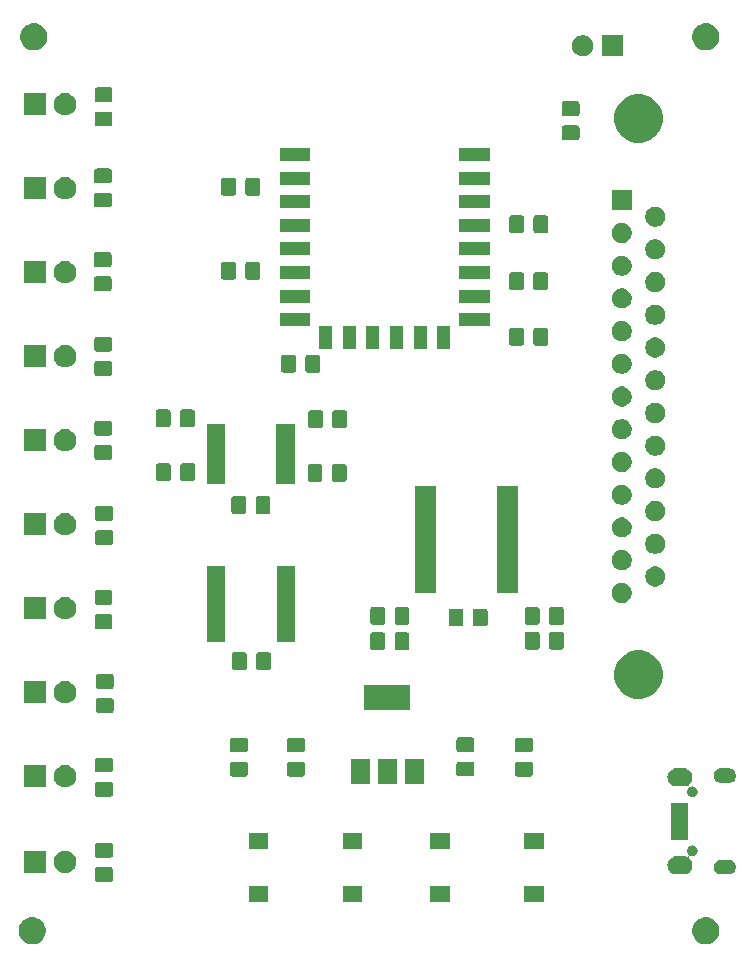
<source format=gbr>
G04 #@! TF.GenerationSoftware,KiCad,Pcbnew,(5.1.5-0)*
G04 #@! TF.CreationDate,2020-10-30T11:29:40+01:00*
G04 #@! TF.ProjectId,wifi-modem,77696669-2d6d-46f6-9465-6d2e6b696361,rev?*
G04 #@! TF.SameCoordinates,Original*
G04 #@! TF.FileFunction,Soldermask,Top*
G04 #@! TF.FilePolarity,Negative*
%FSLAX46Y46*%
G04 Gerber Fmt 4.6, Leading zero omitted, Abs format (unit mm)*
G04 Created by KiCad (PCBNEW (5.1.5-0)) date 2020-10-30 11:29:40*
%MOMM*%
%LPD*%
G04 APERTURE LIST*
%ADD10C,0.100000*%
G04 APERTURE END LIST*
D10*
G36*
X175992549Y-137301116D02*
G01*
X176103734Y-137323232D01*
X176313203Y-137409997D01*
X176501720Y-137535960D01*
X176662040Y-137696280D01*
X176788003Y-137884797D01*
X176874768Y-138094266D01*
X176919000Y-138316636D01*
X176919000Y-138543364D01*
X176874768Y-138765734D01*
X176788003Y-138975203D01*
X176662040Y-139163720D01*
X176501720Y-139324040D01*
X176313203Y-139450003D01*
X176103734Y-139536768D01*
X175992549Y-139558884D01*
X175881365Y-139581000D01*
X175654635Y-139581000D01*
X175543451Y-139558884D01*
X175432266Y-139536768D01*
X175222797Y-139450003D01*
X175034280Y-139324040D01*
X174873960Y-139163720D01*
X174747997Y-138975203D01*
X174661232Y-138765734D01*
X174617000Y-138543364D01*
X174617000Y-138316636D01*
X174661232Y-138094266D01*
X174747997Y-137884797D01*
X174873960Y-137696280D01*
X175034280Y-137535960D01*
X175222797Y-137409997D01*
X175432266Y-137323232D01*
X175543451Y-137301116D01*
X175654635Y-137279000D01*
X175881365Y-137279000D01*
X175992549Y-137301116D01*
G37*
G36*
X118969549Y-137301116D02*
G01*
X119080734Y-137323232D01*
X119290203Y-137409997D01*
X119478720Y-137535960D01*
X119639040Y-137696280D01*
X119765003Y-137884797D01*
X119851768Y-138094266D01*
X119896000Y-138316636D01*
X119896000Y-138543364D01*
X119851768Y-138765734D01*
X119765003Y-138975203D01*
X119639040Y-139163720D01*
X119478720Y-139324040D01*
X119290203Y-139450003D01*
X119080734Y-139536768D01*
X118969549Y-139558884D01*
X118858365Y-139581000D01*
X118631635Y-139581000D01*
X118520451Y-139558884D01*
X118409266Y-139536768D01*
X118199797Y-139450003D01*
X118011280Y-139324040D01*
X117850960Y-139163720D01*
X117724997Y-138975203D01*
X117638232Y-138765734D01*
X117594000Y-138543364D01*
X117594000Y-138316636D01*
X117638232Y-138094266D01*
X117724997Y-137884797D01*
X117850960Y-137696280D01*
X118011280Y-137535960D01*
X118199797Y-137409997D01*
X118409266Y-137323232D01*
X118520451Y-137301116D01*
X118631635Y-137279000D01*
X118858365Y-137279000D01*
X118969549Y-137301116D01*
G37*
G36*
X146685400Y-136021600D02*
G01*
X145033400Y-136021600D01*
X145033400Y-134619600D01*
X146685400Y-134619600D01*
X146685400Y-136021600D01*
G37*
G36*
X138735400Y-136021600D02*
G01*
X137083400Y-136021600D01*
X137083400Y-134619600D01*
X138735400Y-134619600D01*
X138735400Y-136021600D01*
G37*
G36*
X162052400Y-136021600D02*
G01*
X160400400Y-136021600D01*
X160400400Y-134619600D01*
X162052400Y-134619600D01*
X162052400Y-136021600D01*
G37*
G36*
X154102400Y-136021600D02*
G01*
X152450400Y-136021600D01*
X152450400Y-134619600D01*
X154102400Y-134619600D01*
X154102400Y-136021600D01*
G37*
G36*
X125404274Y-133042265D02*
G01*
X125441967Y-133053699D01*
X125476703Y-133072266D01*
X125507148Y-133097252D01*
X125532134Y-133127697D01*
X125550701Y-133162433D01*
X125562135Y-133200126D01*
X125566600Y-133245461D01*
X125566600Y-134082139D01*
X125562135Y-134127474D01*
X125550701Y-134165167D01*
X125532134Y-134199903D01*
X125507148Y-134230348D01*
X125476703Y-134255334D01*
X125441967Y-134273901D01*
X125404274Y-134285335D01*
X125358939Y-134289800D01*
X124272261Y-134289800D01*
X124226926Y-134285335D01*
X124189233Y-134273901D01*
X124154497Y-134255334D01*
X124124052Y-134230348D01*
X124099066Y-134199903D01*
X124080499Y-134165167D01*
X124069065Y-134127474D01*
X124064600Y-134082139D01*
X124064600Y-133245461D01*
X124069065Y-133200126D01*
X124080499Y-133162433D01*
X124099066Y-133127697D01*
X124124052Y-133097252D01*
X124154497Y-133072266D01*
X124189233Y-133053699D01*
X124226926Y-133042265D01*
X124272261Y-133037800D01*
X125358939Y-133037800D01*
X125404274Y-133042265D01*
G37*
G36*
X177835515Y-132417058D02*
G01*
X177931553Y-132446191D01*
X177946735Y-132450796D01*
X177953522Y-132452855D01*
X178062268Y-132510981D01*
X178157590Y-132589210D01*
X178235819Y-132684532D01*
X178293945Y-132793278D01*
X178329742Y-132911285D01*
X178341828Y-133034000D01*
X178329742Y-133156715D01*
X178293945Y-133274722D01*
X178235819Y-133383468D01*
X178157590Y-133478790D01*
X178062268Y-133557019D01*
X177953522Y-133615145D01*
X177835515Y-133650942D01*
X177743546Y-133660000D01*
X177032054Y-133660000D01*
X176940085Y-133650942D01*
X176822078Y-133615145D01*
X176713332Y-133557019D01*
X176618010Y-133478790D01*
X176539781Y-133383468D01*
X176481655Y-133274722D01*
X176445858Y-133156715D01*
X176433772Y-133034000D01*
X176445858Y-132911285D01*
X176481655Y-132793278D01*
X176539781Y-132684532D01*
X176618010Y-132589210D01*
X176713332Y-132510981D01*
X176822078Y-132452855D01*
X176828866Y-132450796D01*
X176844047Y-132446191D01*
X176940085Y-132417058D01*
X177032054Y-132408000D01*
X177743546Y-132408000D01*
X177835515Y-132417058D01*
G37*
G36*
X174769352Y-131225331D02*
G01*
X174851427Y-131259328D01*
X174851429Y-131259329D01*
X174888613Y-131284175D01*
X174925295Y-131308685D01*
X174988115Y-131371505D01*
X175037472Y-131445373D01*
X175071469Y-131527448D01*
X175088800Y-131614579D01*
X175088800Y-131703421D01*
X175071469Y-131790552D01*
X175037472Y-131872627D01*
X174988115Y-131946495D01*
X174925295Y-132009315D01*
X174891136Y-132032139D01*
X174851429Y-132058671D01*
X174851428Y-132058672D01*
X174851427Y-132058672D01*
X174769352Y-132092669D01*
X174682221Y-132110000D01*
X174593379Y-132110000D01*
X174503854Y-132092193D01*
X174485057Y-132086490D01*
X174460671Y-132084088D01*
X174436285Y-132086489D01*
X174412836Y-132093602D01*
X174391225Y-132105153D01*
X174372283Y-132120698D01*
X174356737Y-132139639D01*
X174345186Y-132161250D01*
X174338072Y-132184699D01*
X174335670Y-132209085D01*
X174338071Y-132233471D01*
X174345184Y-132256920D01*
X174356735Y-132278531D01*
X174372280Y-132297473D01*
X174381370Y-132305712D01*
X174414167Y-132332628D01*
X174511145Y-132450796D01*
X174583198Y-132585598D01*
X174627572Y-132731879D01*
X174642554Y-132884000D01*
X174627572Y-133036121D01*
X174583198Y-133182402D01*
X174511145Y-133317204D01*
X174511143Y-133317207D01*
X174511142Y-133317208D01*
X174414169Y-133435369D01*
X174332428Y-133502453D01*
X174296004Y-133532345D01*
X174161202Y-133604398D01*
X174014921Y-133648772D01*
X173900918Y-133660000D01*
X173274682Y-133660000D01*
X173160679Y-133648772D01*
X173014398Y-133604398D01*
X172879596Y-133532345D01*
X172843173Y-133502453D01*
X172761431Y-133435369D01*
X172664458Y-133317208D01*
X172664457Y-133317207D01*
X172664455Y-133317204D01*
X172592402Y-133182402D01*
X172548028Y-133036121D01*
X172533046Y-132884000D01*
X172548028Y-132731879D01*
X172592402Y-132585598D01*
X172664455Y-132450796D01*
X172761431Y-132332631D01*
X172827352Y-132278531D01*
X172879592Y-132235658D01*
X172879593Y-132235657D01*
X172879596Y-132235655D01*
X173014398Y-132163602D01*
X173160679Y-132119228D01*
X173274682Y-132108000D01*
X173900918Y-132108000D01*
X174014921Y-132119228D01*
X174167136Y-132165402D01*
X174178361Y-132170052D01*
X174202395Y-132174833D01*
X174226899Y-132174833D01*
X174250932Y-132170054D01*
X174273571Y-132160677D01*
X174293946Y-132147064D01*
X174311273Y-132129737D01*
X174324888Y-132109363D01*
X174334266Y-132086725D01*
X174339047Y-132062691D01*
X174339047Y-132038187D01*
X174334268Y-132014154D01*
X174324891Y-131991515D01*
X174311278Y-131971140D01*
X174303038Y-131962048D01*
X174287485Y-131946495D01*
X174238128Y-131872627D01*
X174204131Y-131790552D01*
X174186800Y-131703421D01*
X174186800Y-131614579D01*
X174204131Y-131527448D01*
X174238128Y-131445373D01*
X174287485Y-131371505D01*
X174350305Y-131308685D01*
X174386987Y-131284175D01*
X174424171Y-131259329D01*
X174424173Y-131259328D01*
X174506248Y-131225331D01*
X174593379Y-131208000D01*
X174682221Y-131208000D01*
X174769352Y-131225331D01*
G37*
G36*
X119950000Y-133539000D02*
G01*
X118048000Y-133539000D01*
X118048000Y-131637000D01*
X119950000Y-131637000D01*
X119950000Y-133539000D01*
G37*
G36*
X121816395Y-131673546D02*
G01*
X121989466Y-131745234D01*
X121989467Y-131745235D01*
X122145227Y-131849310D01*
X122277690Y-131981773D01*
X122277691Y-131981775D01*
X122381766Y-132137534D01*
X122453454Y-132310605D01*
X122490000Y-132494333D01*
X122490000Y-132681667D01*
X122453454Y-132865395D01*
X122381766Y-133038466D01*
X122351562Y-133083669D01*
X122277690Y-133194227D01*
X122145227Y-133326690D01*
X122066818Y-133379081D01*
X121989466Y-133430766D01*
X121816395Y-133502454D01*
X121632667Y-133539000D01*
X121445333Y-133539000D01*
X121261605Y-133502454D01*
X121088534Y-133430766D01*
X121011182Y-133379081D01*
X120932773Y-133326690D01*
X120800310Y-133194227D01*
X120726438Y-133083669D01*
X120696234Y-133038466D01*
X120624546Y-132865395D01*
X120588000Y-132681667D01*
X120588000Y-132494333D01*
X120624546Y-132310605D01*
X120696234Y-132137534D01*
X120800309Y-131981775D01*
X120800310Y-131981773D01*
X120932773Y-131849310D01*
X121088533Y-131745235D01*
X121088534Y-131745234D01*
X121261605Y-131673546D01*
X121445333Y-131637000D01*
X121632667Y-131637000D01*
X121816395Y-131673546D01*
G37*
G36*
X125404274Y-130992265D02*
G01*
X125441967Y-131003699D01*
X125476703Y-131022266D01*
X125507148Y-131047252D01*
X125532134Y-131077697D01*
X125550701Y-131112433D01*
X125562135Y-131150126D01*
X125566600Y-131195461D01*
X125566600Y-132032139D01*
X125562135Y-132077474D01*
X125550701Y-132115167D01*
X125532134Y-132149903D01*
X125507148Y-132180348D01*
X125476703Y-132205334D01*
X125441967Y-132223901D01*
X125404274Y-132235335D01*
X125358939Y-132239800D01*
X124272261Y-132239800D01*
X124226926Y-132235335D01*
X124189233Y-132223901D01*
X124154497Y-132205334D01*
X124124052Y-132180348D01*
X124099066Y-132149903D01*
X124080499Y-132115167D01*
X124069065Y-132077474D01*
X124064600Y-132032139D01*
X124064600Y-131195461D01*
X124069065Y-131150126D01*
X124080499Y-131112433D01*
X124099066Y-131077697D01*
X124124052Y-131047252D01*
X124154497Y-131022266D01*
X124189233Y-131003699D01*
X124226926Y-130992265D01*
X124272261Y-130987800D01*
X125358939Y-130987800D01*
X125404274Y-130992265D01*
G37*
G36*
X138735400Y-131521600D02*
G01*
X137083400Y-131521600D01*
X137083400Y-130119600D01*
X138735400Y-130119600D01*
X138735400Y-131521600D01*
G37*
G36*
X146685400Y-131521600D02*
G01*
X145033400Y-131521600D01*
X145033400Y-130119600D01*
X146685400Y-130119600D01*
X146685400Y-131521600D01*
G37*
G36*
X154102400Y-131521600D02*
G01*
X152450400Y-131521600D01*
X152450400Y-130119600D01*
X154102400Y-130119600D01*
X154102400Y-131521600D01*
G37*
G36*
X162052400Y-131521600D02*
G01*
X160400400Y-131521600D01*
X160400400Y-130119600D01*
X162052400Y-130119600D01*
X162052400Y-131521600D01*
G37*
G36*
X174238800Y-130735000D02*
G01*
X172836800Y-130735000D01*
X172836800Y-127583000D01*
X174238800Y-127583000D01*
X174238800Y-130735000D01*
G37*
G36*
X174014921Y-124669228D02*
G01*
X174161202Y-124713602D01*
X174296004Y-124785655D01*
X174296007Y-124785657D01*
X174296008Y-124785658D01*
X174414169Y-124882631D01*
X174483203Y-124966748D01*
X174511145Y-125000796D01*
X174583198Y-125135598D01*
X174627572Y-125281879D01*
X174642554Y-125434000D01*
X174627572Y-125586121D01*
X174583198Y-125732402D01*
X174511145Y-125867204D01*
X174511143Y-125867207D01*
X174511142Y-125867208D01*
X174483458Y-125900941D01*
X174414167Y-125985372D01*
X174381370Y-126012288D01*
X174364043Y-126029615D01*
X174350430Y-126049989D01*
X174341052Y-126072628D01*
X174336272Y-126096661D01*
X174336272Y-126121165D01*
X174341052Y-126145199D01*
X174350430Y-126167837D01*
X174364044Y-126188212D01*
X174381371Y-126205539D01*
X174401745Y-126219152D01*
X174424384Y-126228530D01*
X174448417Y-126233310D01*
X174472921Y-126233310D01*
X174496955Y-126228530D01*
X174505449Y-126225490D01*
X174593379Y-126208000D01*
X174682221Y-126208000D01*
X174769352Y-126225331D01*
X174851427Y-126259328D01*
X174851429Y-126259329D01*
X174857601Y-126263453D01*
X174925295Y-126308685D01*
X174988115Y-126371505D01*
X175037472Y-126445373D01*
X175071469Y-126527448D01*
X175088800Y-126614579D01*
X175088800Y-126703421D01*
X175071469Y-126790552D01*
X175037472Y-126872627D01*
X174988115Y-126946495D01*
X174925295Y-127009315D01*
X174893842Y-127030331D01*
X174851429Y-127058671D01*
X174851428Y-127058672D01*
X174851427Y-127058672D01*
X174769352Y-127092669D01*
X174682221Y-127110000D01*
X174593379Y-127110000D01*
X174506248Y-127092669D01*
X174424173Y-127058672D01*
X174424172Y-127058672D01*
X174424171Y-127058671D01*
X174381758Y-127030331D01*
X174350305Y-127009315D01*
X174287485Y-126946495D01*
X174238128Y-126872627D01*
X174204131Y-126790552D01*
X174186800Y-126703421D01*
X174186800Y-126614579D01*
X174204131Y-126527448D01*
X174238128Y-126445373D01*
X174287485Y-126371505D01*
X174303038Y-126355952D01*
X174318583Y-126337010D01*
X174330134Y-126315399D01*
X174337247Y-126291950D01*
X174339649Y-126267564D01*
X174337247Y-126243178D01*
X174330134Y-126219729D01*
X174318583Y-126198118D01*
X174303038Y-126179176D01*
X174284096Y-126163631D01*
X174262485Y-126152080D01*
X174239036Y-126144967D01*
X174214650Y-126142565D01*
X174190264Y-126144967D01*
X174166815Y-126152080D01*
X174163186Y-126153796D01*
X174161200Y-126154398D01*
X174161199Y-126154399D01*
X174130765Y-126163631D01*
X174014921Y-126198772D01*
X173900918Y-126210000D01*
X173274682Y-126210000D01*
X173160679Y-126198772D01*
X173014398Y-126154398D01*
X172879596Y-126082345D01*
X172815345Y-126029615D01*
X172761431Y-125985369D01*
X172664458Y-125867208D01*
X172664457Y-125867207D01*
X172664455Y-125867204D01*
X172592402Y-125732402D01*
X172548028Y-125586121D01*
X172533046Y-125434000D01*
X172548028Y-125281879D01*
X172592402Y-125135598D01*
X172664455Y-125000796D01*
X172692398Y-124966748D01*
X172761431Y-124882631D01*
X172879592Y-124785658D01*
X172879593Y-124785657D01*
X172879596Y-124785655D01*
X173014398Y-124713602D01*
X173160679Y-124669228D01*
X173274682Y-124658000D01*
X173900918Y-124658000D01*
X174014921Y-124669228D01*
G37*
G36*
X125404274Y-125828665D02*
G01*
X125441967Y-125840099D01*
X125476703Y-125858666D01*
X125507148Y-125883652D01*
X125532134Y-125914097D01*
X125550701Y-125948833D01*
X125562135Y-125986526D01*
X125566600Y-126031861D01*
X125566600Y-126868539D01*
X125562135Y-126913874D01*
X125550701Y-126951567D01*
X125532134Y-126986303D01*
X125507148Y-127016748D01*
X125476703Y-127041734D01*
X125441967Y-127060301D01*
X125404274Y-127071735D01*
X125358939Y-127076200D01*
X124272261Y-127076200D01*
X124226926Y-127071735D01*
X124189233Y-127060301D01*
X124154497Y-127041734D01*
X124124052Y-127016748D01*
X124099066Y-126986303D01*
X124080499Y-126951567D01*
X124069065Y-126913874D01*
X124064600Y-126868539D01*
X124064600Y-126031861D01*
X124069065Y-125986526D01*
X124080499Y-125948833D01*
X124099066Y-125914097D01*
X124124052Y-125883652D01*
X124154497Y-125858666D01*
X124189233Y-125840099D01*
X124226926Y-125828665D01*
X124272261Y-125824200D01*
X125358939Y-125824200D01*
X125404274Y-125828665D01*
G37*
G36*
X121816395Y-124434546D02*
G01*
X121989466Y-124506234D01*
X121989467Y-124506235D01*
X122145227Y-124610310D01*
X122277690Y-124742773D01*
X122289856Y-124760981D01*
X122381766Y-124898534D01*
X122453454Y-125071605D01*
X122490000Y-125255333D01*
X122490000Y-125442667D01*
X122453454Y-125626395D01*
X122381766Y-125799466D01*
X122330081Y-125876818D01*
X122277690Y-125955227D01*
X122145227Y-126087690D01*
X122095128Y-126121165D01*
X121989466Y-126191766D01*
X121816395Y-126263454D01*
X121632667Y-126300000D01*
X121445333Y-126300000D01*
X121261605Y-126263454D01*
X121088534Y-126191766D01*
X120982872Y-126121165D01*
X120932773Y-126087690D01*
X120800310Y-125955227D01*
X120747919Y-125876818D01*
X120696234Y-125799466D01*
X120624546Y-125626395D01*
X120588000Y-125442667D01*
X120588000Y-125255333D01*
X120624546Y-125071605D01*
X120696234Y-124898534D01*
X120788144Y-124760981D01*
X120800310Y-124742773D01*
X120932773Y-124610310D01*
X121088533Y-124506235D01*
X121088534Y-124506234D01*
X121261605Y-124434546D01*
X121445333Y-124398000D01*
X121632667Y-124398000D01*
X121816395Y-124434546D01*
G37*
G36*
X119950000Y-126300000D02*
G01*
X118048000Y-126300000D01*
X118048000Y-124398000D01*
X119950000Y-124398000D01*
X119950000Y-126300000D01*
G37*
G36*
X149619600Y-126019400D02*
G01*
X148017600Y-126019400D01*
X148017600Y-123917400D01*
X149619600Y-123917400D01*
X149619600Y-126019400D01*
G37*
G36*
X151919600Y-126019400D02*
G01*
X150317600Y-126019400D01*
X150317600Y-123917400D01*
X151919600Y-123917400D01*
X151919600Y-126019400D01*
G37*
G36*
X147319600Y-126019400D02*
G01*
X145717600Y-126019400D01*
X145717600Y-123917400D01*
X147319600Y-123917400D01*
X147319600Y-126019400D01*
G37*
G36*
X177835515Y-124667058D02*
G01*
X177953522Y-124702855D01*
X178062268Y-124760981D01*
X178157590Y-124839210D01*
X178235819Y-124934532D01*
X178293945Y-125043278D01*
X178329742Y-125161285D01*
X178341828Y-125284000D01*
X178329742Y-125406715D01*
X178293945Y-125524722D01*
X178235819Y-125633468D01*
X178157590Y-125728790D01*
X178062268Y-125807019D01*
X177953522Y-125865145D01*
X177953519Y-125865146D01*
X177946721Y-125867208D01*
X177835515Y-125900942D01*
X177743546Y-125910000D01*
X177032054Y-125910000D01*
X176940085Y-125900942D01*
X176828879Y-125867208D01*
X176822081Y-125865146D01*
X176822078Y-125865145D01*
X176713332Y-125807019D01*
X176618010Y-125728790D01*
X176539781Y-125633468D01*
X176481655Y-125524722D01*
X176445858Y-125406715D01*
X176433772Y-125284000D01*
X176445858Y-125161285D01*
X176481655Y-125043278D01*
X176539781Y-124934532D01*
X176618010Y-124839210D01*
X176713332Y-124760981D01*
X176822078Y-124702855D01*
X176940085Y-124667058D01*
X177032054Y-124658000D01*
X177743546Y-124658000D01*
X177835515Y-124667058D01*
G37*
G36*
X160964274Y-124126865D02*
G01*
X161001967Y-124138299D01*
X161036703Y-124156866D01*
X161067148Y-124181852D01*
X161092134Y-124212297D01*
X161110701Y-124247033D01*
X161122135Y-124284726D01*
X161126600Y-124330061D01*
X161126600Y-125166739D01*
X161122135Y-125212074D01*
X161110701Y-125249767D01*
X161092134Y-125284503D01*
X161067148Y-125314948D01*
X161036703Y-125339934D01*
X161001967Y-125358501D01*
X160964274Y-125369935D01*
X160918939Y-125374400D01*
X159832261Y-125374400D01*
X159786926Y-125369935D01*
X159749233Y-125358501D01*
X159714497Y-125339934D01*
X159684052Y-125314948D01*
X159659066Y-125284503D01*
X159640499Y-125249767D01*
X159629065Y-125212074D01*
X159624600Y-125166739D01*
X159624600Y-124330061D01*
X159629065Y-124284726D01*
X159640499Y-124247033D01*
X159659066Y-124212297D01*
X159684052Y-124181852D01*
X159714497Y-124156866D01*
X159749233Y-124138299D01*
X159786926Y-124126865D01*
X159832261Y-124122400D01*
X160918939Y-124122400D01*
X160964274Y-124126865D01*
G37*
G36*
X141660274Y-124126865D02*
G01*
X141697967Y-124138299D01*
X141732703Y-124156866D01*
X141763148Y-124181852D01*
X141788134Y-124212297D01*
X141806701Y-124247033D01*
X141818135Y-124284726D01*
X141822600Y-124330061D01*
X141822600Y-125166739D01*
X141818135Y-125212074D01*
X141806701Y-125249767D01*
X141788134Y-125284503D01*
X141763148Y-125314948D01*
X141732703Y-125339934D01*
X141697967Y-125358501D01*
X141660274Y-125369935D01*
X141614939Y-125374400D01*
X140528261Y-125374400D01*
X140482926Y-125369935D01*
X140445233Y-125358501D01*
X140410497Y-125339934D01*
X140380052Y-125314948D01*
X140355066Y-125284503D01*
X140336499Y-125249767D01*
X140325065Y-125212074D01*
X140320600Y-125166739D01*
X140320600Y-124330061D01*
X140325065Y-124284726D01*
X140336499Y-124247033D01*
X140355066Y-124212297D01*
X140380052Y-124181852D01*
X140410497Y-124156866D01*
X140445233Y-124138299D01*
X140482926Y-124126865D01*
X140528261Y-124122400D01*
X141614939Y-124122400D01*
X141660274Y-124126865D01*
G37*
G36*
X136834274Y-124126865D02*
G01*
X136871967Y-124138299D01*
X136906703Y-124156866D01*
X136937148Y-124181852D01*
X136962134Y-124212297D01*
X136980701Y-124247033D01*
X136992135Y-124284726D01*
X136996600Y-124330061D01*
X136996600Y-125166739D01*
X136992135Y-125212074D01*
X136980701Y-125249767D01*
X136962134Y-125284503D01*
X136937148Y-125314948D01*
X136906703Y-125339934D01*
X136871967Y-125358501D01*
X136834274Y-125369935D01*
X136788939Y-125374400D01*
X135702261Y-125374400D01*
X135656926Y-125369935D01*
X135619233Y-125358501D01*
X135584497Y-125339934D01*
X135554052Y-125314948D01*
X135529066Y-125284503D01*
X135510499Y-125249767D01*
X135499065Y-125212074D01*
X135494600Y-125166739D01*
X135494600Y-124330061D01*
X135499065Y-124284726D01*
X135510499Y-124247033D01*
X135529066Y-124212297D01*
X135554052Y-124181852D01*
X135584497Y-124156866D01*
X135619233Y-124138299D01*
X135656926Y-124126865D01*
X135702261Y-124122400D01*
X136788939Y-124122400D01*
X136834274Y-124126865D01*
G37*
G36*
X156011274Y-124117865D02*
G01*
X156048967Y-124129299D01*
X156083703Y-124147866D01*
X156114148Y-124172852D01*
X156139134Y-124203297D01*
X156157701Y-124238033D01*
X156169135Y-124275726D01*
X156173600Y-124321061D01*
X156173600Y-125157739D01*
X156169135Y-125203074D01*
X156157701Y-125240767D01*
X156139134Y-125275503D01*
X156114148Y-125305948D01*
X156083703Y-125330934D01*
X156048967Y-125349501D01*
X156011274Y-125360935D01*
X155965939Y-125365400D01*
X154879261Y-125365400D01*
X154833926Y-125360935D01*
X154796233Y-125349501D01*
X154761497Y-125330934D01*
X154731052Y-125305948D01*
X154706066Y-125275503D01*
X154687499Y-125240767D01*
X154676065Y-125203074D01*
X154671600Y-125157739D01*
X154671600Y-124321061D01*
X154676065Y-124275726D01*
X154687499Y-124238033D01*
X154706066Y-124203297D01*
X154731052Y-124172852D01*
X154761497Y-124147866D01*
X154796233Y-124129299D01*
X154833926Y-124117865D01*
X154879261Y-124113400D01*
X155965939Y-124113400D01*
X156011274Y-124117865D01*
G37*
G36*
X125404274Y-123778665D02*
G01*
X125441967Y-123790099D01*
X125476703Y-123808666D01*
X125507148Y-123833652D01*
X125532134Y-123864097D01*
X125550701Y-123898833D01*
X125562135Y-123936526D01*
X125566600Y-123981861D01*
X125566600Y-124818539D01*
X125562135Y-124863874D01*
X125550701Y-124901567D01*
X125532134Y-124936303D01*
X125507148Y-124966748D01*
X125476703Y-124991734D01*
X125441967Y-125010301D01*
X125404274Y-125021735D01*
X125358939Y-125026200D01*
X124272261Y-125026200D01*
X124226926Y-125021735D01*
X124189233Y-125010301D01*
X124154497Y-124991734D01*
X124124052Y-124966748D01*
X124099066Y-124936303D01*
X124080499Y-124901567D01*
X124069065Y-124863874D01*
X124064600Y-124818539D01*
X124064600Y-123981861D01*
X124069065Y-123936526D01*
X124080499Y-123898833D01*
X124099066Y-123864097D01*
X124124052Y-123833652D01*
X124154497Y-123808666D01*
X124189233Y-123790099D01*
X124226926Y-123778665D01*
X124272261Y-123774200D01*
X125358939Y-123774200D01*
X125404274Y-123778665D01*
G37*
G36*
X160964274Y-122076865D02*
G01*
X161001967Y-122088299D01*
X161036703Y-122106866D01*
X161067148Y-122131852D01*
X161092134Y-122162297D01*
X161110701Y-122197033D01*
X161122135Y-122234726D01*
X161126600Y-122280061D01*
X161126600Y-123116739D01*
X161122135Y-123162074D01*
X161110701Y-123199767D01*
X161092134Y-123234503D01*
X161067148Y-123264948D01*
X161036703Y-123289934D01*
X161001967Y-123308501D01*
X160964274Y-123319935D01*
X160918939Y-123324400D01*
X159832261Y-123324400D01*
X159786926Y-123319935D01*
X159749233Y-123308501D01*
X159714497Y-123289934D01*
X159684052Y-123264948D01*
X159659066Y-123234503D01*
X159640499Y-123199767D01*
X159629065Y-123162074D01*
X159624600Y-123116739D01*
X159624600Y-122280061D01*
X159629065Y-122234726D01*
X159640499Y-122197033D01*
X159659066Y-122162297D01*
X159684052Y-122131852D01*
X159714497Y-122106866D01*
X159749233Y-122088299D01*
X159786926Y-122076865D01*
X159832261Y-122072400D01*
X160918939Y-122072400D01*
X160964274Y-122076865D01*
G37*
G36*
X141660274Y-122076865D02*
G01*
X141697967Y-122088299D01*
X141732703Y-122106866D01*
X141763148Y-122131852D01*
X141788134Y-122162297D01*
X141806701Y-122197033D01*
X141818135Y-122234726D01*
X141822600Y-122280061D01*
X141822600Y-123116739D01*
X141818135Y-123162074D01*
X141806701Y-123199767D01*
X141788134Y-123234503D01*
X141763148Y-123264948D01*
X141732703Y-123289934D01*
X141697967Y-123308501D01*
X141660274Y-123319935D01*
X141614939Y-123324400D01*
X140528261Y-123324400D01*
X140482926Y-123319935D01*
X140445233Y-123308501D01*
X140410497Y-123289934D01*
X140380052Y-123264948D01*
X140355066Y-123234503D01*
X140336499Y-123199767D01*
X140325065Y-123162074D01*
X140320600Y-123116739D01*
X140320600Y-122280061D01*
X140325065Y-122234726D01*
X140336499Y-122197033D01*
X140355066Y-122162297D01*
X140380052Y-122131852D01*
X140410497Y-122106866D01*
X140445233Y-122088299D01*
X140482926Y-122076865D01*
X140528261Y-122072400D01*
X141614939Y-122072400D01*
X141660274Y-122076865D01*
G37*
G36*
X136834274Y-122076865D02*
G01*
X136871967Y-122088299D01*
X136906703Y-122106866D01*
X136937148Y-122131852D01*
X136962134Y-122162297D01*
X136980701Y-122197033D01*
X136992135Y-122234726D01*
X136996600Y-122280061D01*
X136996600Y-123116739D01*
X136992135Y-123162074D01*
X136980701Y-123199767D01*
X136962134Y-123234503D01*
X136937148Y-123264948D01*
X136906703Y-123289934D01*
X136871967Y-123308501D01*
X136834274Y-123319935D01*
X136788939Y-123324400D01*
X135702261Y-123324400D01*
X135656926Y-123319935D01*
X135619233Y-123308501D01*
X135584497Y-123289934D01*
X135554052Y-123264948D01*
X135529066Y-123234503D01*
X135510499Y-123199767D01*
X135499065Y-123162074D01*
X135494600Y-123116739D01*
X135494600Y-122280061D01*
X135499065Y-122234726D01*
X135510499Y-122197033D01*
X135529066Y-122162297D01*
X135554052Y-122131852D01*
X135584497Y-122106866D01*
X135619233Y-122088299D01*
X135656926Y-122076865D01*
X135702261Y-122072400D01*
X136788939Y-122072400D01*
X136834274Y-122076865D01*
G37*
G36*
X156011274Y-122067865D02*
G01*
X156048967Y-122079299D01*
X156083703Y-122097866D01*
X156114148Y-122122852D01*
X156139134Y-122153297D01*
X156157701Y-122188033D01*
X156169135Y-122225726D01*
X156173600Y-122271061D01*
X156173600Y-123107739D01*
X156169135Y-123153074D01*
X156157701Y-123190767D01*
X156139134Y-123225503D01*
X156114148Y-123255948D01*
X156083703Y-123280934D01*
X156048967Y-123299501D01*
X156011274Y-123310935D01*
X155965939Y-123315400D01*
X154879261Y-123315400D01*
X154833926Y-123310935D01*
X154796233Y-123299501D01*
X154761497Y-123280934D01*
X154731052Y-123255948D01*
X154706066Y-123225503D01*
X154687499Y-123190767D01*
X154676065Y-123153074D01*
X154671600Y-123107739D01*
X154671600Y-122271061D01*
X154676065Y-122225726D01*
X154687499Y-122188033D01*
X154706066Y-122153297D01*
X154731052Y-122122852D01*
X154761497Y-122097866D01*
X154796233Y-122079299D01*
X154833926Y-122067865D01*
X154879261Y-122063400D01*
X155965939Y-122063400D01*
X156011274Y-122067865D01*
G37*
G36*
X125480474Y-118742065D02*
G01*
X125518167Y-118753499D01*
X125552903Y-118772066D01*
X125583348Y-118797052D01*
X125608334Y-118827497D01*
X125626901Y-118862233D01*
X125638335Y-118899926D01*
X125642800Y-118945261D01*
X125642800Y-119781939D01*
X125638335Y-119827274D01*
X125626901Y-119864967D01*
X125608334Y-119899703D01*
X125583348Y-119930148D01*
X125552903Y-119955134D01*
X125518167Y-119973701D01*
X125480474Y-119985135D01*
X125435139Y-119989600D01*
X124348461Y-119989600D01*
X124303126Y-119985135D01*
X124265433Y-119973701D01*
X124230697Y-119955134D01*
X124200252Y-119930148D01*
X124175266Y-119899703D01*
X124156699Y-119864967D01*
X124145265Y-119827274D01*
X124140800Y-119781939D01*
X124140800Y-118945261D01*
X124145265Y-118899926D01*
X124156699Y-118862233D01*
X124175266Y-118827497D01*
X124200252Y-118797052D01*
X124230697Y-118772066D01*
X124265433Y-118753499D01*
X124303126Y-118742065D01*
X124348461Y-118737600D01*
X125435139Y-118737600D01*
X125480474Y-118742065D01*
G37*
G36*
X150769600Y-119719400D02*
G01*
X146867600Y-119719400D01*
X146867600Y-117617400D01*
X150769600Y-117617400D01*
X150769600Y-119719400D01*
G37*
G36*
X121816395Y-117322546D02*
G01*
X121989466Y-117394234D01*
X121989467Y-117394235D01*
X122145227Y-117498310D01*
X122277690Y-117630773D01*
X122277691Y-117630775D01*
X122381766Y-117786534D01*
X122453454Y-117959605D01*
X122490000Y-118143333D01*
X122490000Y-118330667D01*
X122453454Y-118514395D01*
X122381766Y-118687466D01*
X122381765Y-118687467D01*
X122277690Y-118843227D01*
X122145227Y-118975690D01*
X122094218Y-119009773D01*
X121989466Y-119079766D01*
X121816395Y-119151454D01*
X121632667Y-119188000D01*
X121445333Y-119188000D01*
X121261605Y-119151454D01*
X121088534Y-119079766D01*
X120983782Y-119009773D01*
X120932773Y-118975690D01*
X120800310Y-118843227D01*
X120696235Y-118687467D01*
X120696234Y-118687466D01*
X120624546Y-118514395D01*
X120588000Y-118330667D01*
X120588000Y-118143333D01*
X120624546Y-117959605D01*
X120696234Y-117786534D01*
X120800309Y-117630775D01*
X120800310Y-117630773D01*
X120932773Y-117498310D01*
X121088533Y-117394235D01*
X121088534Y-117394234D01*
X121261605Y-117322546D01*
X121445333Y-117286000D01*
X121632667Y-117286000D01*
X121816395Y-117322546D01*
G37*
G36*
X119950000Y-119188000D02*
G01*
X118048000Y-119188000D01*
X118048000Y-117286000D01*
X119950000Y-117286000D01*
X119950000Y-119188000D01*
G37*
G36*
X170674254Y-114778818D02*
G01*
X171025039Y-114924118D01*
X171047513Y-114933427D01*
X171225061Y-115052061D01*
X171383436Y-115157884D01*
X171669116Y-115443564D01*
X171893574Y-115779489D01*
X172048182Y-116152746D01*
X172127000Y-116548993D01*
X172127000Y-116953007D01*
X172048182Y-117349254D01*
X171893574Y-117722511D01*
X171893573Y-117722513D01*
X171669116Y-118058436D01*
X171383436Y-118344116D01*
X171047513Y-118568573D01*
X171047512Y-118568574D01*
X171047511Y-118568574D01*
X170674254Y-118723182D01*
X170278007Y-118802000D01*
X169873993Y-118802000D01*
X169477746Y-118723182D01*
X169104489Y-118568574D01*
X169104488Y-118568574D01*
X169104487Y-118568573D01*
X168768564Y-118344116D01*
X168482884Y-118058436D01*
X168258427Y-117722513D01*
X168258426Y-117722511D01*
X168103818Y-117349254D01*
X168025000Y-116953007D01*
X168025000Y-116548993D01*
X168103818Y-116152746D01*
X168258426Y-115779489D01*
X168482884Y-115443564D01*
X168768564Y-115157884D01*
X168926939Y-115052061D01*
X169104487Y-114933427D01*
X169126961Y-114924118D01*
X169477746Y-114778818D01*
X169873993Y-114700000D01*
X170278007Y-114700000D01*
X170674254Y-114778818D01*
G37*
G36*
X125480474Y-116692065D02*
G01*
X125518167Y-116703499D01*
X125552903Y-116722066D01*
X125583348Y-116747052D01*
X125608334Y-116777497D01*
X125626901Y-116812233D01*
X125638335Y-116849926D01*
X125642800Y-116895261D01*
X125642800Y-117731939D01*
X125638335Y-117777274D01*
X125626901Y-117814967D01*
X125608334Y-117849703D01*
X125583348Y-117880148D01*
X125552903Y-117905134D01*
X125518167Y-117923701D01*
X125480474Y-117935135D01*
X125435139Y-117939600D01*
X124348461Y-117939600D01*
X124303126Y-117935135D01*
X124265433Y-117923701D01*
X124230697Y-117905134D01*
X124200252Y-117880148D01*
X124175266Y-117849703D01*
X124156699Y-117814967D01*
X124145265Y-117777274D01*
X124140800Y-117731939D01*
X124140800Y-116895261D01*
X124145265Y-116849926D01*
X124156699Y-116812233D01*
X124175266Y-116777497D01*
X124200252Y-116747052D01*
X124230697Y-116722066D01*
X124265433Y-116703499D01*
X124303126Y-116692065D01*
X124348461Y-116687600D01*
X125435139Y-116687600D01*
X125480474Y-116692065D01*
G37*
G36*
X136751074Y-114848865D02*
G01*
X136788767Y-114860299D01*
X136823503Y-114878866D01*
X136853948Y-114903852D01*
X136878934Y-114934297D01*
X136897501Y-114969033D01*
X136908935Y-115006726D01*
X136913400Y-115052061D01*
X136913400Y-116138739D01*
X136908935Y-116184074D01*
X136897501Y-116221767D01*
X136878934Y-116256503D01*
X136853948Y-116286948D01*
X136823503Y-116311934D01*
X136788767Y-116330501D01*
X136751074Y-116341935D01*
X136705739Y-116346400D01*
X135869061Y-116346400D01*
X135823726Y-116341935D01*
X135786033Y-116330501D01*
X135751297Y-116311934D01*
X135720852Y-116286948D01*
X135695866Y-116256503D01*
X135677299Y-116221767D01*
X135665865Y-116184074D01*
X135661400Y-116138739D01*
X135661400Y-115052061D01*
X135665865Y-115006726D01*
X135677299Y-114969033D01*
X135695866Y-114934297D01*
X135720852Y-114903852D01*
X135751297Y-114878866D01*
X135786033Y-114860299D01*
X135823726Y-114848865D01*
X135869061Y-114844400D01*
X136705739Y-114844400D01*
X136751074Y-114848865D01*
G37*
G36*
X138801074Y-114848865D02*
G01*
X138838767Y-114860299D01*
X138873503Y-114878866D01*
X138903948Y-114903852D01*
X138928934Y-114934297D01*
X138947501Y-114969033D01*
X138958935Y-115006726D01*
X138963400Y-115052061D01*
X138963400Y-116138739D01*
X138958935Y-116184074D01*
X138947501Y-116221767D01*
X138928934Y-116256503D01*
X138903948Y-116286948D01*
X138873503Y-116311934D01*
X138838767Y-116330501D01*
X138801074Y-116341935D01*
X138755739Y-116346400D01*
X137919061Y-116346400D01*
X137873726Y-116341935D01*
X137836033Y-116330501D01*
X137801297Y-116311934D01*
X137770852Y-116286948D01*
X137745866Y-116256503D01*
X137727299Y-116221767D01*
X137715865Y-116184074D01*
X137711400Y-116138739D01*
X137711400Y-115052061D01*
X137715865Y-115006726D01*
X137727299Y-114969033D01*
X137745866Y-114934297D01*
X137770852Y-114903852D01*
X137801297Y-114878866D01*
X137836033Y-114860299D01*
X137873726Y-114848865D01*
X137919061Y-114844400D01*
X138755739Y-114844400D01*
X138801074Y-114848865D01*
G37*
G36*
X148464174Y-113172465D02*
G01*
X148501867Y-113183899D01*
X148536603Y-113202466D01*
X148567048Y-113227452D01*
X148592034Y-113257897D01*
X148610601Y-113292633D01*
X148622035Y-113330326D01*
X148626500Y-113375661D01*
X148626500Y-114462339D01*
X148622035Y-114507674D01*
X148610601Y-114545367D01*
X148592034Y-114580103D01*
X148567048Y-114610548D01*
X148536603Y-114635534D01*
X148501867Y-114654101D01*
X148464174Y-114665535D01*
X148418839Y-114670000D01*
X147582161Y-114670000D01*
X147536826Y-114665535D01*
X147499133Y-114654101D01*
X147464397Y-114635534D01*
X147433952Y-114610548D01*
X147408966Y-114580103D01*
X147390399Y-114545367D01*
X147378965Y-114507674D01*
X147374500Y-114462339D01*
X147374500Y-113375661D01*
X147378965Y-113330326D01*
X147390399Y-113292633D01*
X147408966Y-113257897D01*
X147433952Y-113227452D01*
X147464397Y-113202466D01*
X147499133Y-113183899D01*
X147536826Y-113172465D01*
X147582161Y-113168000D01*
X148418839Y-113168000D01*
X148464174Y-113172465D01*
G37*
G36*
X150514174Y-113172465D02*
G01*
X150551867Y-113183899D01*
X150586603Y-113202466D01*
X150617048Y-113227452D01*
X150642034Y-113257897D01*
X150660601Y-113292633D01*
X150672035Y-113330326D01*
X150676500Y-113375661D01*
X150676500Y-114462339D01*
X150672035Y-114507674D01*
X150660601Y-114545367D01*
X150642034Y-114580103D01*
X150617048Y-114610548D01*
X150586603Y-114635534D01*
X150551867Y-114654101D01*
X150514174Y-114665535D01*
X150468839Y-114670000D01*
X149632161Y-114670000D01*
X149586826Y-114665535D01*
X149549133Y-114654101D01*
X149514397Y-114635534D01*
X149483952Y-114610548D01*
X149458966Y-114580103D01*
X149440399Y-114545367D01*
X149428965Y-114507674D01*
X149424500Y-114462339D01*
X149424500Y-113375661D01*
X149428965Y-113330326D01*
X149440399Y-113292633D01*
X149458966Y-113257897D01*
X149483952Y-113227452D01*
X149514397Y-113202466D01*
X149549133Y-113183899D01*
X149586826Y-113172465D01*
X149632161Y-113168000D01*
X150468839Y-113168000D01*
X150514174Y-113172465D01*
G37*
G36*
X161541474Y-113121665D02*
G01*
X161579167Y-113133099D01*
X161613903Y-113151666D01*
X161644348Y-113176652D01*
X161669334Y-113207097D01*
X161687901Y-113241833D01*
X161699335Y-113279526D01*
X161703800Y-113324861D01*
X161703800Y-114411539D01*
X161699335Y-114456874D01*
X161687901Y-114494567D01*
X161669334Y-114529303D01*
X161644348Y-114559748D01*
X161613903Y-114584734D01*
X161579167Y-114603301D01*
X161541474Y-114614735D01*
X161496139Y-114619200D01*
X160659461Y-114619200D01*
X160614126Y-114614735D01*
X160576433Y-114603301D01*
X160541697Y-114584734D01*
X160511252Y-114559748D01*
X160486266Y-114529303D01*
X160467699Y-114494567D01*
X160456265Y-114456874D01*
X160451800Y-114411539D01*
X160451800Y-113324861D01*
X160456265Y-113279526D01*
X160467699Y-113241833D01*
X160486266Y-113207097D01*
X160511252Y-113176652D01*
X160541697Y-113151666D01*
X160576433Y-113133099D01*
X160614126Y-113121665D01*
X160659461Y-113117200D01*
X161496139Y-113117200D01*
X161541474Y-113121665D01*
G37*
G36*
X163591474Y-113121665D02*
G01*
X163629167Y-113133099D01*
X163663903Y-113151666D01*
X163694348Y-113176652D01*
X163719334Y-113207097D01*
X163737901Y-113241833D01*
X163749335Y-113279526D01*
X163753800Y-113324861D01*
X163753800Y-114411539D01*
X163749335Y-114456874D01*
X163737901Y-114494567D01*
X163719334Y-114529303D01*
X163694348Y-114559748D01*
X163663903Y-114584734D01*
X163629167Y-114603301D01*
X163591474Y-114614735D01*
X163546139Y-114619200D01*
X162709461Y-114619200D01*
X162664126Y-114614735D01*
X162626433Y-114603301D01*
X162591697Y-114584734D01*
X162561252Y-114559748D01*
X162536266Y-114529303D01*
X162517699Y-114494567D01*
X162506265Y-114456874D01*
X162501800Y-114411539D01*
X162501800Y-113324861D01*
X162506265Y-113279526D01*
X162517699Y-113241833D01*
X162536266Y-113207097D01*
X162561252Y-113176652D01*
X162591697Y-113151666D01*
X162626433Y-113133099D01*
X162664126Y-113121665D01*
X162709461Y-113117200D01*
X163546139Y-113117200D01*
X163591474Y-113121665D01*
G37*
G36*
X140987600Y-113945000D02*
G01*
X139435600Y-113945000D01*
X139435600Y-107543000D01*
X140987600Y-107543000D01*
X140987600Y-113945000D01*
G37*
G36*
X135087600Y-113945000D02*
G01*
X133535600Y-113945000D01*
X133535600Y-107543000D01*
X135087600Y-107543000D01*
X135087600Y-113945000D01*
G37*
G36*
X125378874Y-111630065D02*
G01*
X125416567Y-111641499D01*
X125451303Y-111660066D01*
X125481748Y-111685052D01*
X125506734Y-111715497D01*
X125525301Y-111750233D01*
X125536735Y-111787926D01*
X125541200Y-111833261D01*
X125541200Y-112669939D01*
X125536735Y-112715274D01*
X125525301Y-112752967D01*
X125506734Y-112787703D01*
X125481748Y-112818148D01*
X125451303Y-112843134D01*
X125416567Y-112861701D01*
X125378874Y-112873135D01*
X125333539Y-112877600D01*
X124246861Y-112877600D01*
X124201526Y-112873135D01*
X124163833Y-112861701D01*
X124129097Y-112843134D01*
X124098652Y-112818148D01*
X124073666Y-112787703D01*
X124055099Y-112752967D01*
X124043665Y-112715274D01*
X124039200Y-112669939D01*
X124039200Y-111833261D01*
X124043665Y-111787926D01*
X124055099Y-111750233D01*
X124073666Y-111715497D01*
X124098652Y-111685052D01*
X124129097Y-111660066D01*
X124163833Y-111641499D01*
X124201526Y-111630065D01*
X124246861Y-111625600D01*
X125333539Y-111625600D01*
X125378874Y-111630065D01*
G37*
G36*
X157139874Y-111165865D02*
G01*
X157177567Y-111177299D01*
X157212303Y-111195866D01*
X157242748Y-111220852D01*
X157267734Y-111251297D01*
X157286301Y-111286033D01*
X157297735Y-111323726D01*
X157302200Y-111369061D01*
X157302200Y-112455739D01*
X157297735Y-112501074D01*
X157286301Y-112538767D01*
X157267734Y-112573503D01*
X157242748Y-112603948D01*
X157212303Y-112628934D01*
X157177567Y-112647501D01*
X157139874Y-112658935D01*
X157094539Y-112663400D01*
X156257861Y-112663400D01*
X156212526Y-112658935D01*
X156174833Y-112647501D01*
X156140097Y-112628934D01*
X156109652Y-112603948D01*
X156084666Y-112573503D01*
X156066099Y-112538767D01*
X156054665Y-112501074D01*
X156050200Y-112455739D01*
X156050200Y-111369061D01*
X156054665Y-111323726D01*
X156066099Y-111286033D01*
X156084666Y-111251297D01*
X156109652Y-111220852D01*
X156140097Y-111195866D01*
X156174833Y-111177299D01*
X156212526Y-111165865D01*
X156257861Y-111161400D01*
X157094539Y-111161400D01*
X157139874Y-111165865D01*
G37*
G36*
X155089874Y-111165865D02*
G01*
X155127567Y-111177299D01*
X155162303Y-111195866D01*
X155192748Y-111220852D01*
X155217734Y-111251297D01*
X155236301Y-111286033D01*
X155247735Y-111323726D01*
X155252200Y-111369061D01*
X155252200Y-112455739D01*
X155247735Y-112501074D01*
X155236301Y-112538767D01*
X155217734Y-112573503D01*
X155192748Y-112603948D01*
X155162303Y-112628934D01*
X155127567Y-112647501D01*
X155089874Y-112658935D01*
X155044539Y-112663400D01*
X154207861Y-112663400D01*
X154162526Y-112658935D01*
X154124833Y-112647501D01*
X154090097Y-112628934D01*
X154059652Y-112603948D01*
X154034666Y-112573503D01*
X154016099Y-112538767D01*
X154004665Y-112501074D01*
X154000200Y-112455739D01*
X154000200Y-111369061D01*
X154004665Y-111323726D01*
X154016099Y-111286033D01*
X154034666Y-111251297D01*
X154059652Y-111220852D01*
X154090097Y-111195866D01*
X154124833Y-111177299D01*
X154162526Y-111165865D01*
X154207861Y-111161400D01*
X155044539Y-111161400D01*
X155089874Y-111165865D01*
G37*
G36*
X163591474Y-111026165D02*
G01*
X163629167Y-111037599D01*
X163663903Y-111056166D01*
X163694348Y-111081152D01*
X163719334Y-111111597D01*
X163737901Y-111146333D01*
X163749335Y-111184026D01*
X163753800Y-111229361D01*
X163753800Y-112316039D01*
X163749335Y-112361374D01*
X163737901Y-112399067D01*
X163719334Y-112433803D01*
X163694348Y-112464248D01*
X163663903Y-112489234D01*
X163629167Y-112507801D01*
X163591474Y-112519235D01*
X163546139Y-112523700D01*
X162709461Y-112523700D01*
X162664126Y-112519235D01*
X162626433Y-112507801D01*
X162591697Y-112489234D01*
X162561252Y-112464248D01*
X162536266Y-112433803D01*
X162517699Y-112399067D01*
X162506265Y-112361374D01*
X162501800Y-112316039D01*
X162501800Y-111229361D01*
X162506265Y-111184026D01*
X162517699Y-111146333D01*
X162536266Y-111111597D01*
X162561252Y-111081152D01*
X162591697Y-111056166D01*
X162626433Y-111037599D01*
X162664126Y-111026165D01*
X162709461Y-111021700D01*
X163546139Y-111021700D01*
X163591474Y-111026165D01*
G37*
G36*
X161541474Y-111026165D02*
G01*
X161579167Y-111037599D01*
X161613903Y-111056166D01*
X161644348Y-111081152D01*
X161669334Y-111111597D01*
X161687901Y-111146333D01*
X161699335Y-111184026D01*
X161703800Y-111229361D01*
X161703800Y-112316039D01*
X161699335Y-112361374D01*
X161687901Y-112399067D01*
X161669334Y-112433803D01*
X161644348Y-112464248D01*
X161613903Y-112489234D01*
X161579167Y-112507801D01*
X161541474Y-112519235D01*
X161496139Y-112523700D01*
X160659461Y-112523700D01*
X160614126Y-112519235D01*
X160576433Y-112507801D01*
X160541697Y-112489234D01*
X160511252Y-112464248D01*
X160486266Y-112433803D01*
X160467699Y-112399067D01*
X160456265Y-112361374D01*
X160451800Y-112316039D01*
X160451800Y-111229361D01*
X160456265Y-111184026D01*
X160467699Y-111146333D01*
X160486266Y-111111597D01*
X160511252Y-111081152D01*
X160541697Y-111056166D01*
X160576433Y-111037599D01*
X160614126Y-111026165D01*
X160659461Y-111021700D01*
X161496139Y-111021700D01*
X161541474Y-111026165D01*
G37*
G36*
X148473174Y-111013465D02*
G01*
X148510867Y-111024899D01*
X148545603Y-111043466D01*
X148576048Y-111068452D01*
X148601034Y-111098897D01*
X148619601Y-111133633D01*
X148631035Y-111171326D01*
X148635500Y-111216661D01*
X148635500Y-112303339D01*
X148631035Y-112348674D01*
X148619601Y-112386367D01*
X148601034Y-112421103D01*
X148576048Y-112451548D01*
X148545603Y-112476534D01*
X148510867Y-112495101D01*
X148473174Y-112506535D01*
X148427839Y-112511000D01*
X147591161Y-112511000D01*
X147545826Y-112506535D01*
X147508133Y-112495101D01*
X147473397Y-112476534D01*
X147442952Y-112451548D01*
X147417966Y-112421103D01*
X147399399Y-112386367D01*
X147387965Y-112348674D01*
X147383500Y-112303339D01*
X147383500Y-111216661D01*
X147387965Y-111171326D01*
X147399399Y-111133633D01*
X147417966Y-111098897D01*
X147442952Y-111068452D01*
X147473397Y-111043466D01*
X147508133Y-111024899D01*
X147545826Y-111013465D01*
X147591161Y-111009000D01*
X148427839Y-111009000D01*
X148473174Y-111013465D01*
G37*
G36*
X150523174Y-111013465D02*
G01*
X150560867Y-111024899D01*
X150595603Y-111043466D01*
X150626048Y-111068452D01*
X150651034Y-111098897D01*
X150669601Y-111133633D01*
X150681035Y-111171326D01*
X150685500Y-111216661D01*
X150685500Y-112303339D01*
X150681035Y-112348674D01*
X150669601Y-112386367D01*
X150651034Y-112421103D01*
X150626048Y-112451548D01*
X150595603Y-112476534D01*
X150560867Y-112495101D01*
X150523174Y-112506535D01*
X150477839Y-112511000D01*
X149641161Y-112511000D01*
X149595826Y-112506535D01*
X149558133Y-112495101D01*
X149523397Y-112476534D01*
X149492952Y-112451548D01*
X149467966Y-112421103D01*
X149449399Y-112386367D01*
X149437965Y-112348674D01*
X149433500Y-112303339D01*
X149433500Y-111216661D01*
X149437965Y-111171326D01*
X149449399Y-111133633D01*
X149467966Y-111098897D01*
X149492952Y-111068452D01*
X149523397Y-111043466D01*
X149558133Y-111024899D01*
X149595826Y-111013465D01*
X149641161Y-111009000D01*
X150477839Y-111009000D01*
X150523174Y-111013465D01*
G37*
G36*
X121816395Y-110210546D02*
G01*
X121989466Y-110282234D01*
X121989467Y-110282235D01*
X122145227Y-110386310D01*
X122277690Y-110518773D01*
X122277691Y-110518775D01*
X122381766Y-110674534D01*
X122453454Y-110847605D01*
X122490000Y-111031333D01*
X122490000Y-111218667D01*
X122453454Y-111402395D01*
X122381766Y-111575466D01*
X122381765Y-111575467D01*
X122277690Y-111731227D01*
X122145227Y-111863690D01*
X122094218Y-111897773D01*
X121989466Y-111967766D01*
X121816395Y-112039454D01*
X121632667Y-112076000D01*
X121445333Y-112076000D01*
X121261605Y-112039454D01*
X121088534Y-111967766D01*
X120983782Y-111897773D01*
X120932773Y-111863690D01*
X120800310Y-111731227D01*
X120696235Y-111575467D01*
X120696234Y-111575466D01*
X120624546Y-111402395D01*
X120588000Y-111218667D01*
X120588000Y-111031333D01*
X120624546Y-110847605D01*
X120696234Y-110674534D01*
X120800309Y-110518775D01*
X120800310Y-110518773D01*
X120932773Y-110386310D01*
X121088533Y-110282235D01*
X121088534Y-110282234D01*
X121261605Y-110210546D01*
X121445333Y-110174000D01*
X121632667Y-110174000D01*
X121816395Y-110210546D01*
G37*
G36*
X119950000Y-112076000D02*
G01*
X118048000Y-112076000D01*
X118048000Y-110174000D01*
X119950000Y-110174000D01*
X119950000Y-112076000D01*
G37*
G36*
X125378874Y-109580065D02*
G01*
X125416567Y-109591499D01*
X125451303Y-109610066D01*
X125481748Y-109635052D01*
X125506734Y-109665497D01*
X125525301Y-109700233D01*
X125536735Y-109737926D01*
X125541200Y-109783261D01*
X125541200Y-110619939D01*
X125536735Y-110665274D01*
X125525301Y-110702967D01*
X125506734Y-110737703D01*
X125481748Y-110768148D01*
X125451303Y-110793134D01*
X125416567Y-110811701D01*
X125378874Y-110823135D01*
X125333539Y-110827600D01*
X124246861Y-110827600D01*
X124201526Y-110823135D01*
X124163833Y-110811701D01*
X124129097Y-110793134D01*
X124098652Y-110768148D01*
X124073666Y-110737703D01*
X124055099Y-110702967D01*
X124043665Y-110665274D01*
X124039200Y-110619939D01*
X124039200Y-109783261D01*
X124043665Y-109737926D01*
X124055099Y-109700233D01*
X124073666Y-109665497D01*
X124098652Y-109635052D01*
X124129097Y-109610066D01*
X124163833Y-109591499D01*
X124201526Y-109580065D01*
X124246861Y-109575600D01*
X125333539Y-109575600D01*
X125378874Y-109580065D01*
G37*
G36*
X168904228Y-109002703D02*
G01*
X169059100Y-109066853D01*
X169198481Y-109159985D01*
X169317015Y-109278519D01*
X169410147Y-109417900D01*
X169474297Y-109572772D01*
X169507000Y-109737184D01*
X169507000Y-109904816D01*
X169474297Y-110069228D01*
X169410147Y-110224100D01*
X169317015Y-110363481D01*
X169198481Y-110482015D01*
X169059100Y-110575147D01*
X168904228Y-110639297D01*
X168739816Y-110672000D01*
X168572184Y-110672000D01*
X168407772Y-110639297D01*
X168252900Y-110575147D01*
X168113519Y-110482015D01*
X167994985Y-110363481D01*
X167901853Y-110224100D01*
X167837703Y-110069228D01*
X167805000Y-109904816D01*
X167805000Y-109737184D01*
X167837703Y-109572772D01*
X167901853Y-109417900D01*
X167994985Y-109278519D01*
X168113519Y-109159985D01*
X168252900Y-109066853D01*
X168407772Y-109002703D01*
X168572184Y-108970000D01*
X168739816Y-108970000D01*
X168904228Y-109002703D01*
G37*
G36*
X152965200Y-109824400D02*
G01*
X151163200Y-109824400D01*
X151163200Y-100792400D01*
X152965200Y-100792400D01*
X152965200Y-109824400D01*
G37*
G36*
X159885200Y-109824400D02*
G01*
X158083200Y-109824400D01*
X158083200Y-100792400D01*
X159885200Y-100792400D01*
X159885200Y-109824400D01*
G37*
G36*
X171744228Y-107617703D02*
G01*
X171899100Y-107681853D01*
X172038481Y-107774985D01*
X172157015Y-107893519D01*
X172250147Y-108032900D01*
X172314297Y-108187772D01*
X172347000Y-108352184D01*
X172347000Y-108519816D01*
X172314297Y-108684228D01*
X172250147Y-108839100D01*
X172157015Y-108978481D01*
X172038481Y-109097015D01*
X171899100Y-109190147D01*
X171744228Y-109254297D01*
X171579816Y-109287000D01*
X171412184Y-109287000D01*
X171247772Y-109254297D01*
X171092900Y-109190147D01*
X170953519Y-109097015D01*
X170834985Y-108978481D01*
X170741853Y-108839100D01*
X170677703Y-108684228D01*
X170645000Y-108519816D01*
X170645000Y-108352184D01*
X170677703Y-108187772D01*
X170741853Y-108032900D01*
X170834985Y-107893519D01*
X170953519Y-107774985D01*
X171092900Y-107681853D01*
X171247772Y-107617703D01*
X171412184Y-107585000D01*
X171579816Y-107585000D01*
X171744228Y-107617703D01*
G37*
G36*
X168904228Y-106232703D02*
G01*
X169059100Y-106296853D01*
X169198481Y-106389985D01*
X169317015Y-106508519D01*
X169410147Y-106647900D01*
X169474297Y-106802772D01*
X169507000Y-106967184D01*
X169507000Y-107134816D01*
X169474297Y-107299228D01*
X169410147Y-107454100D01*
X169317015Y-107593481D01*
X169198481Y-107712015D01*
X169059100Y-107805147D01*
X168904228Y-107869297D01*
X168739816Y-107902000D01*
X168572184Y-107902000D01*
X168407772Y-107869297D01*
X168252900Y-107805147D01*
X168113519Y-107712015D01*
X167994985Y-107593481D01*
X167901853Y-107454100D01*
X167837703Y-107299228D01*
X167805000Y-107134816D01*
X167805000Y-106967184D01*
X167837703Y-106802772D01*
X167901853Y-106647900D01*
X167994985Y-106508519D01*
X168113519Y-106389985D01*
X168252900Y-106296853D01*
X168407772Y-106232703D01*
X168572184Y-106200000D01*
X168739816Y-106200000D01*
X168904228Y-106232703D01*
G37*
G36*
X171744228Y-104847703D02*
G01*
X171899100Y-104911853D01*
X172038481Y-105004985D01*
X172157015Y-105123519D01*
X172250147Y-105262900D01*
X172314297Y-105417772D01*
X172347000Y-105582184D01*
X172347000Y-105749816D01*
X172314297Y-105914228D01*
X172250147Y-106069100D01*
X172157015Y-106208481D01*
X172038481Y-106327015D01*
X171899100Y-106420147D01*
X171744228Y-106484297D01*
X171579816Y-106517000D01*
X171412184Y-106517000D01*
X171247772Y-106484297D01*
X171092900Y-106420147D01*
X170953519Y-106327015D01*
X170834985Y-106208481D01*
X170741853Y-106069100D01*
X170677703Y-105914228D01*
X170645000Y-105749816D01*
X170645000Y-105582184D01*
X170677703Y-105417772D01*
X170741853Y-105262900D01*
X170834985Y-105123519D01*
X170953519Y-105004985D01*
X171092900Y-104911853D01*
X171247772Y-104847703D01*
X171412184Y-104815000D01*
X171579816Y-104815000D01*
X171744228Y-104847703D01*
G37*
G36*
X125429674Y-104518065D02*
G01*
X125467367Y-104529499D01*
X125502103Y-104548066D01*
X125532548Y-104573052D01*
X125557534Y-104603497D01*
X125576101Y-104638233D01*
X125587535Y-104675926D01*
X125592000Y-104721261D01*
X125592000Y-105557939D01*
X125587535Y-105603274D01*
X125576101Y-105640967D01*
X125557534Y-105675703D01*
X125532548Y-105706148D01*
X125502103Y-105731134D01*
X125467367Y-105749701D01*
X125429674Y-105761135D01*
X125384339Y-105765600D01*
X124297661Y-105765600D01*
X124252326Y-105761135D01*
X124214633Y-105749701D01*
X124179897Y-105731134D01*
X124149452Y-105706148D01*
X124124466Y-105675703D01*
X124105899Y-105640967D01*
X124094465Y-105603274D01*
X124090000Y-105557939D01*
X124090000Y-104721261D01*
X124094465Y-104675926D01*
X124105899Y-104638233D01*
X124124466Y-104603497D01*
X124149452Y-104573052D01*
X124179897Y-104548066D01*
X124214633Y-104529499D01*
X124252326Y-104518065D01*
X124297661Y-104513600D01*
X125384339Y-104513600D01*
X125429674Y-104518065D01*
G37*
G36*
X168904228Y-103462703D02*
G01*
X169059100Y-103526853D01*
X169198481Y-103619985D01*
X169317015Y-103738519D01*
X169410147Y-103877900D01*
X169474297Y-104032772D01*
X169507000Y-104197184D01*
X169507000Y-104364816D01*
X169474297Y-104529228D01*
X169410147Y-104684100D01*
X169317015Y-104823481D01*
X169198481Y-104942015D01*
X169059100Y-105035147D01*
X168904228Y-105099297D01*
X168739816Y-105132000D01*
X168572184Y-105132000D01*
X168407772Y-105099297D01*
X168252900Y-105035147D01*
X168113519Y-104942015D01*
X167994985Y-104823481D01*
X167901853Y-104684100D01*
X167837703Y-104529228D01*
X167805000Y-104364816D01*
X167805000Y-104197184D01*
X167837703Y-104032772D01*
X167901853Y-103877900D01*
X167994985Y-103738519D01*
X168113519Y-103619985D01*
X168252900Y-103526853D01*
X168407772Y-103462703D01*
X168572184Y-103430000D01*
X168739816Y-103430000D01*
X168904228Y-103462703D01*
G37*
G36*
X121816395Y-103098546D02*
G01*
X121989466Y-103170234D01*
X121989467Y-103170235D01*
X122145227Y-103274310D01*
X122277690Y-103406773D01*
X122302181Y-103443427D01*
X122381766Y-103562534D01*
X122453454Y-103735605D01*
X122490000Y-103919333D01*
X122490000Y-104106667D01*
X122453454Y-104290395D01*
X122381766Y-104463466D01*
X122381765Y-104463467D01*
X122277690Y-104619227D01*
X122145227Y-104751690D01*
X122094218Y-104785773D01*
X121989466Y-104855766D01*
X121816395Y-104927454D01*
X121632667Y-104964000D01*
X121445333Y-104964000D01*
X121261605Y-104927454D01*
X121088534Y-104855766D01*
X120983782Y-104785773D01*
X120932773Y-104751690D01*
X120800310Y-104619227D01*
X120696235Y-104463467D01*
X120696234Y-104463466D01*
X120624546Y-104290395D01*
X120588000Y-104106667D01*
X120588000Y-103919333D01*
X120624546Y-103735605D01*
X120696234Y-103562534D01*
X120775819Y-103443427D01*
X120800310Y-103406773D01*
X120932773Y-103274310D01*
X121088533Y-103170235D01*
X121088534Y-103170234D01*
X121261605Y-103098546D01*
X121445333Y-103062000D01*
X121632667Y-103062000D01*
X121816395Y-103098546D01*
G37*
G36*
X119950000Y-104964000D02*
G01*
X118048000Y-104964000D01*
X118048000Y-103062000D01*
X119950000Y-103062000D01*
X119950000Y-104964000D01*
G37*
G36*
X171744228Y-102077703D02*
G01*
X171899100Y-102141853D01*
X172038481Y-102234985D01*
X172157015Y-102353519D01*
X172250147Y-102492900D01*
X172314297Y-102647772D01*
X172347000Y-102812184D01*
X172347000Y-102979816D01*
X172314297Y-103144228D01*
X172250147Y-103299100D01*
X172157015Y-103438481D01*
X172038481Y-103557015D01*
X171899100Y-103650147D01*
X171744228Y-103714297D01*
X171579816Y-103747000D01*
X171412184Y-103747000D01*
X171247772Y-103714297D01*
X171092900Y-103650147D01*
X170953519Y-103557015D01*
X170834985Y-103438481D01*
X170741853Y-103299100D01*
X170677703Y-103144228D01*
X170645000Y-102979816D01*
X170645000Y-102812184D01*
X170677703Y-102647772D01*
X170741853Y-102492900D01*
X170834985Y-102353519D01*
X170953519Y-102234985D01*
X171092900Y-102141853D01*
X171247772Y-102077703D01*
X171412184Y-102045000D01*
X171579816Y-102045000D01*
X171744228Y-102077703D01*
G37*
G36*
X125429674Y-102468065D02*
G01*
X125467367Y-102479499D01*
X125502103Y-102498066D01*
X125532548Y-102523052D01*
X125557534Y-102553497D01*
X125576101Y-102588233D01*
X125587535Y-102625926D01*
X125592000Y-102671261D01*
X125592000Y-103507939D01*
X125587535Y-103553274D01*
X125576101Y-103590967D01*
X125557534Y-103625703D01*
X125532548Y-103656148D01*
X125502103Y-103681134D01*
X125467367Y-103699701D01*
X125429674Y-103711135D01*
X125384339Y-103715600D01*
X124297661Y-103715600D01*
X124252326Y-103711135D01*
X124214633Y-103699701D01*
X124179897Y-103681134D01*
X124149452Y-103656148D01*
X124124466Y-103625703D01*
X124105899Y-103590967D01*
X124094465Y-103553274D01*
X124090000Y-103507939D01*
X124090000Y-102671261D01*
X124094465Y-102625926D01*
X124105899Y-102588233D01*
X124124466Y-102553497D01*
X124149452Y-102523052D01*
X124179897Y-102498066D01*
X124214633Y-102479499D01*
X124252326Y-102468065D01*
X124297661Y-102463600D01*
X125384339Y-102463600D01*
X125429674Y-102468065D01*
G37*
G36*
X136700274Y-101640865D02*
G01*
X136737967Y-101652299D01*
X136772703Y-101670866D01*
X136803148Y-101695852D01*
X136828134Y-101726297D01*
X136846701Y-101761033D01*
X136858135Y-101798726D01*
X136862600Y-101844061D01*
X136862600Y-102930739D01*
X136858135Y-102976074D01*
X136846701Y-103013767D01*
X136828134Y-103048503D01*
X136803148Y-103078948D01*
X136772703Y-103103934D01*
X136737967Y-103122501D01*
X136700274Y-103133935D01*
X136654939Y-103138400D01*
X135818261Y-103138400D01*
X135772926Y-103133935D01*
X135735233Y-103122501D01*
X135700497Y-103103934D01*
X135670052Y-103078948D01*
X135645066Y-103048503D01*
X135626499Y-103013767D01*
X135615065Y-102976074D01*
X135610600Y-102930739D01*
X135610600Y-101844061D01*
X135615065Y-101798726D01*
X135626499Y-101761033D01*
X135645066Y-101726297D01*
X135670052Y-101695852D01*
X135700497Y-101670866D01*
X135735233Y-101652299D01*
X135772926Y-101640865D01*
X135818261Y-101636400D01*
X136654939Y-101636400D01*
X136700274Y-101640865D01*
G37*
G36*
X138750274Y-101640865D02*
G01*
X138787967Y-101652299D01*
X138822703Y-101670866D01*
X138853148Y-101695852D01*
X138878134Y-101726297D01*
X138896701Y-101761033D01*
X138908135Y-101798726D01*
X138912600Y-101844061D01*
X138912600Y-102930739D01*
X138908135Y-102976074D01*
X138896701Y-103013767D01*
X138878134Y-103048503D01*
X138853148Y-103078948D01*
X138822703Y-103103934D01*
X138787967Y-103122501D01*
X138750274Y-103133935D01*
X138704939Y-103138400D01*
X137868261Y-103138400D01*
X137822926Y-103133935D01*
X137785233Y-103122501D01*
X137750497Y-103103934D01*
X137720052Y-103078948D01*
X137695066Y-103048503D01*
X137676499Y-103013767D01*
X137665065Y-102976074D01*
X137660600Y-102930739D01*
X137660600Y-101844061D01*
X137665065Y-101798726D01*
X137676499Y-101761033D01*
X137695066Y-101726297D01*
X137720052Y-101695852D01*
X137750497Y-101670866D01*
X137785233Y-101652299D01*
X137822926Y-101640865D01*
X137868261Y-101636400D01*
X138704939Y-101636400D01*
X138750274Y-101640865D01*
G37*
G36*
X168904228Y-100692703D02*
G01*
X169059100Y-100756853D01*
X169198481Y-100849985D01*
X169317015Y-100968519D01*
X169410147Y-101107900D01*
X169474297Y-101262772D01*
X169507000Y-101427184D01*
X169507000Y-101594816D01*
X169474297Y-101759228D01*
X169410147Y-101914100D01*
X169317015Y-102053481D01*
X169198481Y-102172015D01*
X169059100Y-102265147D01*
X168904228Y-102329297D01*
X168739816Y-102362000D01*
X168572184Y-102362000D01*
X168407772Y-102329297D01*
X168252900Y-102265147D01*
X168113519Y-102172015D01*
X167994985Y-102053481D01*
X167901853Y-101914100D01*
X167837703Y-101759228D01*
X167805000Y-101594816D01*
X167805000Y-101427184D01*
X167837703Y-101262772D01*
X167901853Y-101107900D01*
X167994985Y-100968519D01*
X168113519Y-100849985D01*
X168252900Y-100756853D01*
X168407772Y-100692703D01*
X168572184Y-100660000D01*
X168739816Y-100660000D01*
X168904228Y-100692703D01*
G37*
G36*
X171744228Y-99307703D02*
G01*
X171899100Y-99371853D01*
X172038481Y-99464985D01*
X172157015Y-99583519D01*
X172250147Y-99722900D01*
X172314297Y-99877772D01*
X172347000Y-100042184D01*
X172347000Y-100209816D01*
X172314297Y-100374228D01*
X172250147Y-100529100D01*
X172157015Y-100668481D01*
X172038481Y-100787015D01*
X171899100Y-100880147D01*
X171744228Y-100944297D01*
X171579816Y-100977000D01*
X171412184Y-100977000D01*
X171247772Y-100944297D01*
X171092900Y-100880147D01*
X170953519Y-100787015D01*
X170834985Y-100668481D01*
X170741853Y-100529100D01*
X170677703Y-100374228D01*
X170645000Y-100209816D01*
X170645000Y-100042184D01*
X170677703Y-99877772D01*
X170741853Y-99722900D01*
X170834985Y-99583519D01*
X170953519Y-99464985D01*
X171092900Y-99371853D01*
X171247772Y-99307703D01*
X171412184Y-99275000D01*
X171579816Y-99275000D01*
X171744228Y-99307703D01*
G37*
G36*
X141012600Y-100645800D02*
G01*
X139410600Y-100645800D01*
X139410600Y-95543800D01*
X141012600Y-95543800D01*
X141012600Y-100645800D01*
G37*
G36*
X135112600Y-100645800D02*
G01*
X133510600Y-100645800D01*
X133510600Y-95543800D01*
X135112600Y-95543800D01*
X135112600Y-100645800D01*
G37*
G36*
X145201874Y-98923065D02*
G01*
X145239567Y-98934499D01*
X145274303Y-98953066D01*
X145304748Y-98978052D01*
X145329734Y-99008497D01*
X145348301Y-99043233D01*
X145359735Y-99080926D01*
X145364200Y-99126261D01*
X145364200Y-100212939D01*
X145359735Y-100258274D01*
X145348301Y-100295967D01*
X145329734Y-100330703D01*
X145304748Y-100361148D01*
X145274303Y-100386134D01*
X145239567Y-100404701D01*
X145201874Y-100416135D01*
X145156539Y-100420600D01*
X144319861Y-100420600D01*
X144274526Y-100416135D01*
X144236833Y-100404701D01*
X144202097Y-100386134D01*
X144171652Y-100361148D01*
X144146666Y-100330703D01*
X144128099Y-100295967D01*
X144116665Y-100258274D01*
X144112200Y-100212939D01*
X144112200Y-99126261D01*
X144116665Y-99080926D01*
X144128099Y-99043233D01*
X144146666Y-99008497D01*
X144171652Y-98978052D01*
X144202097Y-98953066D01*
X144236833Y-98934499D01*
X144274526Y-98923065D01*
X144319861Y-98918600D01*
X145156539Y-98918600D01*
X145201874Y-98923065D01*
G37*
G36*
X143151874Y-98923065D02*
G01*
X143189567Y-98934499D01*
X143224303Y-98953066D01*
X143254748Y-98978052D01*
X143279734Y-99008497D01*
X143298301Y-99043233D01*
X143309735Y-99080926D01*
X143314200Y-99126261D01*
X143314200Y-100212939D01*
X143309735Y-100258274D01*
X143298301Y-100295967D01*
X143279734Y-100330703D01*
X143254748Y-100361148D01*
X143224303Y-100386134D01*
X143189567Y-100404701D01*
X143151874Y-100416135D01*
X143106539Y-100420600D01*
X142269861Y-100420600D01*
X142224526Y-100416135D01*
X142186833Y-100404701D01*
X142152097Y-100386134D01*
X142121652Y-100361148D01*
X142096666Y-100330703D01*
X142078099Y-100295967D01*
X142066665Y-100258274D01*
X142062200Y-100212939D01*
X142062200Y-99126261D01*
X142066665Y-99080926D01*
X142078099Y-99043233D01*
X142096666Y-99008497D01*
X142121652Y-98978052D01*
X142152097Y-98953066D01*
X142186833Y-98934499D01*
X142224526Y-98923065D01*
X142269861Y-98918600D01*
X143106539Y-98918600D01*
X143151874Y-98923065D01*
G37*
G36*
X130324874Y-98846865D02*
G01*
X130362567Y-98858299D01*
X130397303Y-98876866D01*
X130427748Y-98901852D01*
X130452734Y-98932297D01*
X130471301Y-98967033D01*
X130482735Y-99004726D01*
X130487200Y-99050061D01*
X130487200Y-100136739D01*
X130482735Y-100182074D01*
X130471301Y-100219767D01*
X130452734Y-100254503D01*
X130427748Y-100284948D01*
X130397303Y-100309934D01*
X130362567Y-100328501D01*
X130324874Y-100339935D01*
X130279539Y-100344400D01*
X129442861Y-100344400D01*
X129397526Y-100339935D01*
X129359833Y-100328501D01*
X129325097Y-100309934D01*
X129294652Y-100284948D01*
X129269666Y-100254503D01*
X129251099Y-100219767D01*
X129239665Y-100182074D01*
X129235200Y-100136739D01*
X129235200Y-99050061D01*
X129239665Y-99004726D01*
X129251099Y-98967033D01*
X129269666Y-98932297D01*
X129294652Y-98901852D01*
X129325097Y-98876866D01*
X129359833Y-98858299D01*
X129397526Y-98846865D01*
X129442861Y-98842400D01*
X130279539Y-98842400D01*
X130324874Y-98846865D01*
G37*
G36*
X132374874Y-98846865D02*
G01*
X132412567Y-98858299D01*
X132447303Y-98876866D01*
X132477748Y-98901852D01*
X132502734Y-98932297D01*
X132521301Y-98967033D01*
X132532735Y-99004726D01*
X132537200Y-99050061D01*
X132537200Y-100136739D01*
X132532735Y-100182074D01*
X132521301Y-100219767D01*
X132502734Y-100254503D01*
X132477748Y-100284948D01*
X132447303Y-100309934D01*
X132412567Y-100328501D01*
X132374874Y-100339935D01*
X132329539Y-100344400D01*
X131492861Y-100344400D01*
X131447526Y-100339935D01*
X131409833Y-100328501D01*
X131375097Y-100309934D01*
X131344652Y-100284948D01*
X131319666Y-100254503D01*
X131301099Y-100219767D01*
X131289665Y-100182074D01*
X131285200Y-100136739D01*
X131285200Y-99050061D01*
X131289665Y-99004726D01*
X131301099Y-98967033D01*
X131319666Y-98932297D01*
X131344652Y-98901852D01*
X131375097Y-98876866D01*
X131409833Y-98858299D01*
X131447526Y-98846865D01*
X131492861Y-98842400D01*
X132329539Y-98842400D01*
X132374874Y-98846865D01*
G37*
G36*
X168904228Y-97922703D02*
G01*
X169059100Y-97986853D01*
X169198481Y-98079985D01*
X169317015Y-98198519D01*
X169410147Y-98337900D01*
X169474297Y-98492772D01*
X169507000Y-98657184D01*
X169507000Y-98824816D01*
X169474297Y-98989228D01*
X169410147Y-99144100D01*
X169317015Y-99283481D01*
X169198481Y-99402015D01*
X169059100Y-99495147D01*
X168904228Y-99559297D01*
X168739816Y-99592000D01*
X168572184Y-99592000D01*
X168407772Y-99559297D01*
X168252900Y-99495147D01*
X168113519Y-99402015D01*
X167994985Y-99283481D01*
X167901853Y-99144100D01*
X167837703Y-98989228D01*
X167805000Y-98824816D01*
X167805000Y-98657184D01*
X167837703Y-98492772D01*
X167901853Y-98337900D01*
X167994985Y-98198519D01*
X168113519Y-98079985D01*
X168252900Y-97986853D01*
X168407772Y-97922703D01*
X168572184Y-97890000D01*
X168739816Y-97890000D01*
X168904228Y-97922703D01*
G37*
G36*
X125353474Y-97304465D02*
G01*
X125391167Y-97315899D01*
X125425903Y-97334466D01*
X125456348Y-97359452D01*
X125481334Y-97389897D01*
X125499901Y-97424633D01*
X125511335Y-97462326D01*
X125515800Y-97507661D01*
X125515800Y-98344339D01*
X125511335Y-98389674D01*
X125499901Y-98427367D01*
X125481334Y-98462103D01*
X125456348Y-98492548D01*
X125425903Y-98517534D01*
X125391167Y-98536101D01*
X125353474Y-98547535D01*
X125308139Y-98552000D01*
X124221461Y-98552000D01*
X124176126Y-98547535D01*
X124138433Y-98536101D01*
X124103697Y-98517534D01*
X124073252Y-98492548D01*
X124048266Y-98462103D01*
X124029699Y-98427367D01*
X124018265Y-98389674D01*
X124013800Y-98344339D01*
X124013800Y-97507661D01*
X124018265Y-97462326D01*
X124029699Y-97424633D01*
X124048266Y-97389897D01*
X124073252Y-97359452D01*
X124103697Y-97334466D01*
X124138433Y-97315899D01*
X124176126Y-97304465D01*
X124221461Y-97300000D01*
X125308139Y-97300000D01*
X125353474Y-97304465D01*
G37*
G36*
X171744228Y-96537703D02*
G01*
X171899100Y-96601853D01*
X172038481Y-96694985D01*
X172157015Y-96813519D01*
X172250147Y-96952900D01*
X172314297Y-97107772D01*
X172347000Y-97272184D01*
X172347000Y-97439816D01*
X172314297Y-97604228D01*
X172250147Y-97759100D01*
X172157015Y-97898481D01*
X172038481Y-98017015D01*
X171899100Y-98110147D01*
X171744228Y-98174297D01*
X171579816Y-98207000D01*
X171412184Y-98207000D01*
X171247772Y-98174297D01*
X171092900Y-98110147D01*
X170953519Y-98017015D01*
X170834985Y-97898481D01*
X170741853Y-97759100D01*
X170677703Y-97604228D01*
X170645000Y-97439816D01*
X170645000Y-97272184D01*
X170677703Y-97107772D01*
X170741853Y-96952900D01*
X170834985Y-96813519D01*
X170953519Y-96694985D01*
X171092900Y-96601853D01*
X171247772Y-96537703D01*
X171412184Y-96505000D01*
X171579816Y-96505000D01*
X171744228Y-96537703D01*
G37*
G36*
X119950000Y-97852000D02*
G01*
X118048000Y-97852000D01*
X118048000Y-95950000D01*
X119950000Y-95950000D01*
X119950000Y-97852000D01*
G37*
G36*
X121816395Y-95986546D02*
G01*
X121989466Y-96058234D01*
X121989467Y-96058235D01*
X122145227Y-96162310D01*
X122277690Y-96294773D01*
X122277691Y-96294775D01*
X122381766Y-96450534D01*
X122453454Y-96623605D01*
X122490000Y-96807333D01*
X122490000Y-96994667D01*
X122453454Y-97178395D01*
X122381766Y-97351466D01*
X122356087Y-97389897D01*
X122277690Y-97507227D01*
X122145227Y-97639690D01*
X122066818Y-97692081D01*
X121989466Y-97743766D01*
X121816395Y-97815454D01*
X121632667Y-97852000D01*
X121445333Y-97852000D01*
X121261605Y-97815454D01*
X121088534Y-97743766D01*
X121011182Y-97692081D01*
X120932773Y-97639690D01*
X120800310Y-97507227D01*
X120721913Y-97389897D01*
X120696234Y-97351466D01*
X120624546Y-97178395D01*
X120588000Y-96994667D01*
X120588000Y-96807333D01*
X120624546Y-96623605D01*
X120696234Y-96450534D01*
X120800309Y-96294775D01*
X120800310Y-96294773D01*
X120932773Y-96162310D01*
X121088533Y-96058235D01*
X121088534Y-96058234D01*
X121261605Y-95986546D01*
X121445333Y-95950000D01*
X121632667Y-95950000D01*
X121816395Y-95986546D01*
G37*
G36*
X168904228Y-95152703D02*
G01*
X169059100Y-95216853D01*
X169198481Y-95309985D01*
X169317015Y-95428519D01*
X169410147Y-95567900D01*
X169474297Y-95722772D01*
X169507000Y-95887184D01*
X169507000Y-96054816D01*
X169474297Y-96219228D01*
X169410147Y-96374100D01*
X169317015Y-96513481D01*
X169198481Y-96632015D01*
X169059100Y-96725147D01*
X168904228Y-96789297D01*
X168739816Y-96822000D01*
X168572184Y-96822000D01*
X168407772Y-96789297D01*
X168252900Y-96725147D01*
X168113519Y-96632015D01*
X167994985Y-96513481D01*
X167901853Y-96374100D01*
X167837703Y-96219228D01*
X167805000Y-96054816D01*
X167805000Y-95887184D01*
X167837703Y-95722772D01*
X167901853Y-95567900D01*
X167994985Y-95428519D01*
X168113519Y-95309985D01*
X168252900Y-95216853D01*
X168407772Y-95152703D01*
X168572184Y-95120000D01*
X168739816Y-95120000D01*
X168904228Y-95152703D01*
G37*
G36*
X125353474Y-95254465D02*
G01*
X125391167Y-95265899D01*
X125425903Y-95284466D01*
X125456348Y-95309452D01*
X125481334Y-95339897D01*
X125499901Y-95374633D01*
X125511335Y-95412326D01*
X125515800Y-95457661D01*
X125515800Y-96294339D01*
X125511335Y-96339674D01*
X125499901Y-96377367D01*
X125481334Y-96412103D01*
X125456348Y-96442548D01*
X125425903Y-96467534D01*
X125391167Y-96486101D01*
X125353474Y-96497535D01*
X125308139Y-96502000D01*
X124221461Y-96502000D01*
X124176126Y-96497535D01*
X124138433Y-96486101D01*
X124103697Y-96467534D01*
X124073252Y-96442548D01*
X124048266Y-96412103D01*
X124029699Y-96377367D01*
X124018265Y-96339674D01*
X124013800Y-96294339D01*
X124013800Y-95457661D01*
X124018265Y-95412326D01*
X124029699Y-95374633D01*
X124048266Y-95339897D01*
X124073252Y-95309452D01*
X124103697Y-95284466D01*
X124138433Y-95265899D01*
X124176126Y-95254465D01*
X124221461Y-95250000D01*
X125308139Y-95250000D01*
X125353474Y-95254465D01*
G37*
G36*
X143202674Y-94376465D02*
G01*
X143240367Y-94387899D01*
X143275103Y-94406466D01*
X143305548Y-94431452D01*
X143330534Y-94461897D01*
X143349101Y-94496633D01*
X143360535Y-94534326D01*
X143365000Y-94579661D01*
X143365000Y-95666339D01*
X143360535Y-95711674D01*
X143349101Y-95749367D01*
X143330534Y-95784103D01*
X143305548Y-95814548D01*
X143275103Y-95839534D01*
X143240367Y-95858101D01*
X143202674Y-95869535D01*
X143157339Y-95874000D01*
X142320661Y-95874000D01*
X142275326Y-95869535D01*
X142237633Y-95858101D01*
X142202897Y-95839534D01*
X142172452Y-95814548D01*
X142147466Y-95784103D01*
X142128899Y-95749367D01*
X142117465Y-95711674D01*
X142113000Y-95666339D01*
X142113000Y-94579661D01*
X142117465Y-94534326D01*
X142128899Y-94496633D01*
X142147466Y-94461897D01*
X142172452Y-94431452D01*
X142202897Y-94406466D01*
X142237633Y-94387899D01*
X142275326Y-94376465D01*
X142320661Y-94372000D01*
X143157339Y-94372000D01*
X143202674Y-94376465D01*
G37*
G36*
X145252674Y-94376465D02*
G01*
X145290367Y-94387899D01*
X145325103Y-94406466D01*
X145355548Y-94431452D01*
X145380534Y-94461897D01*
X145399101Y-94496633D01*
X145410535Y-94534326D01*
X145415000Y-94579661D01*
X145415000Y-95666339D01*
X145410535Y-95711674D01*
X145399101Y-95749367D01*
X145380534Y-95784103D01*
X145355548Y-95814548D01*
X145325103Y-95839534D01*
X145290367Y-95858101D01*
X145252674Y-95869535D01*
X145207339Y-95874000D01*
X144370661Y-95874000D01*
X144325326Y-95869535D01*
X144287633Y-95858101D01*
X144252897Y-95839534D01*
X144222452Y-95814548D01*
X144197466Y-95784103D01*
X144178899Y-95749367D01*
X144167465Y-95711674D01*
X144163000Y-95666339D01*
X144163000Y-94579661D01*
X144167465Y-94534326D01*
X144178899Y-94496633D01*
X144197466Y-94461897D01*
X144222452Y-94431452D01*
X144252897Y-94406466D01*
X144287633Y-94387899D01*
X144325326Y-94376465D01*
X144370661Y-94372000D01*
X145207339Y-94372000D01*
X145252674Y-94376465D01*
G37*
G36*
X130299474Y-94300265D02*
G01*
X130337167Y-94311699D01*
X130371903Y-94330266D01*
X130402348Y-94355252D01*
X130427334Y-94385697D01*
X130445901Y-94420433D01*
X130457335Y-94458126D01*
X130461800Y-94503461D01*
X130461800Y-95590139D01*
X130457335Y-95635474D01*
X130445901Y-95673167D01*
X130427334Y-95707903D01*
X130402348Y-95738348D01*
X130371903Y-95763334D01*
X130337167Y-95781901D01*
X130299474Y-95793335D01*
X130254139Y-95797800D01*
X129417461Y-95797800D01*
X129372126Y-95793335D01*
X129334433Y-95781901D01*
X129299697Y-95763334D01*
X129269252Y-95738348D01*
X129244266Y-95707903D01*
X129225699Y-95673167D01*
X129214265Y-95635474D01*
X129209800Y-95590139D01*
X129209800Y-94503461D01*
X129214265Y-94458126D01*
X129225699Y-94420433D01*
X129244266Y-94385697D01*
X129269252Y-94355252D01*
X129299697Y-94330266D01*
X129334433Y-94311699D01*
X129372126Y-94300265D01*
X129417461Y-94295800D01*
X130254139Y-94295800D01*
X130299474Y-94300265D01*
G37*
G36*
X132349474Y-94300265D02*
G01*
X132387167Y-94311699D01*
X132421903Y-94330266D01*
X132452348Y-94355252D01*
X132477334Y-94385697D01*
X132495901Y-94420433D01*
X132507335Y-94458126D01*
X132511800Y-94503461D01*
X132511800Y-95590139D01*
X132507335Y-95635474D01*
X132495901Y-95673167D01*
X132477334Y-95707903D01*
X132452348Y-95738348D01*
X132421903Y-95763334D01*
X132387167Y-95781901D01*
X132349474Y-95793335D01*
X132304139Y-95797800D01*
X131467461Y-95797800D01*
X131422126Y-95793335D01*
X131384433Y-95781901D01*
X131349697Y-95763334D01*
X131319252Y-95738348D01*
X131294266Y-95707903D01*
X131275699Y-95673167D01*
X131264265Y-95635474D01*
X131259800Y-95590139D01*
X131259800Y-94503461D01*
X131264265Y-94458126D01*
X131275699Y-94420433D01*
X131294266Y-94385697D01*
X131319252Y-94355252D01*
X131349697Y-94330266D01*
X131384433Y-94311699D01*
X131422126Y-94300265D01*
X131467461Y-94295800D01*
X132304139Y-94295800D01*
X132349474Y-94300265D01*
G37*
G36*
X171744228Y-93767703D02*
G01*
X171899100Y-93831853D01*
X172038481Y-93924985D01*
X172157015Y-94043519D01*
X172250147Y-94182900D01*
X172314297Y-94337772D01*
X172347000Y-94502184D01*
X172347000Y-94669816D01*
X172314297Y-94834228D01*
X172250147Y-94989100D01*
X172157015Y-95128481D01*
X172038481Y-95247015D01*
X171899100Y-95340147D01*
X171744228Y-95404297D01*
X171579816Y-95437000D01*
X171412184Y-95437000D01*
X171247772Y-95404297D01*
X171092900Y-95340147D01*
X170953519Y-95247015D01*
X170834985Y-95128481D01*
X170741853Y-94989100D01*
X170677703Y-94834228D01*
X170645000Y-94669816D01*
X170645000Y-94502184D01*
X170677703Y-94337772D01*
X170741853Y-94182900D01*
X170834985Y-94043519D01*
X170953519Y-93924985D01*
X171092900Y-93831853D01*
X171247772Y-93767703D01*
X171412184Y-93735000D01*
X171579816Y-93735000D01*
X171744228Y-93767703D01*
G37*
G36*
X168904228Y-92382703D02*
G01*
X169059100Y-92446853D01*
X169198481Y-92539985D01*
X169317015Y-92658519D01*
X169410147Y-92797900D01*
X169474297Y-92952772D01*
X169507000Y-93117184D01*
X169507000Y-93284816D01*
X169474297Y-93449228D01*
X169410147Y-93604100D01*
X169317015Y-93743481D01*
X169198481Y-93862015D01*
X169059100Y-93955147D01*
X168904228Y-94019297D01*
X168739816Y-94052000D01*
X168572184Y-94052000D01*
X168407772Y-94019297D01*
X168252900Y-93955147D01*
X168113519Y-93862015D01*
X167994985Y-93743481D01*
X167901853Y-93604100D01*
X167837703Y-93449228D01*
X167805000Y-93284816D01*
X167805000Y-93117184D01*
X167837703Y-92952772D01*
X167901853Y-92797900D01*
X167994985Y-92658519D01*
X168113519Y-92539985D01*
X168252900Y-92446853D01*
X168407772Y-92382703D01*
X168572184Y-92350000D01*
X168739816Y-92350000D01*
X168904228Y-92382703D01*
G37*
G36*
X171744228Y-90997703D02*
G01*
X171899100Y-91061853D01*
X172038481Y-91154985D01*
X172157015Y-91273519D01*
X172250147Y-91412900D01*
X172314297Y-91567772D01*
X172347000Y-91732184D01*
X172347000Y-91899816D01*
X172314297Y-92064228D01*
X172250147Y-92219100D01*
X172157015Y-92358481D01*
X172038481Y-92477015D01*
X171899100Y-92570147D01*
X171744228Y-92634297D01*
X171579816Y-92667000D01*
X171412184Y-92667000D01*
X171247772Y-92634297D01*
X171092900Y-92570147D01*
X170953519Y-92477015D01*
X170834985Y-92358481D01*
X170741853Y-92219100D01*
X170677703Y-92064228D01*
X170645000Y-91899816D01*
X170645000Y-91732184D01*
X170677703Y-91567772D01*
X170741853Y-91412900D01*
X170834985Y-91273519D01*
X170953519Y-91154985D01*
X171092900Y-91061853D01*
X171247772Y-90997703D01*
X171412184Y-90965000D01*
X171579816Y-90965000D01*
X171744228Y-90997703D01*
G37*
G36*
X125353474Y-90192465D02*
G01*
X125391167Y-90203899D01*
X125425903Y-90222466D01*
X125456348Y-90247452D01*
X125481334Y-90277897D01*
X125499901Y-90312633D01*
X125511335Y-90350326D01*
X125515800Y-90395661D01*
X125515800Y-91232339D01*
X125511335Y-91277674D01*
X125499901Y-91315367D01*
X125481334Y-91350103D01*
X125456348Y-91380548D01*
X125425903Y-91405534D01*
X125391167Y-91424101D01*
X125353474Y-91435535D01*
X125308139Y-91440000D01*
X124221461Y-91440000D01*
X124176126Y-91435535D01*
X124138433Y-91424101D01*
X124103697Y-91405534D01*
X124073252Y-91380548D01*
X124048266Y-91350103D01*
X124029699Y-91315367D01*
X124018265Y-91277674D01*
X124013800Y-91232339D01*
X124013800Y-90395661D01*
X124018265Y-90350326D01*
X124029699Y-90312633D01*
X124048266Y-90277897D01*
X124073252Y-90247452D01*
X124103697Y-90222466D01*
X124138433Y-90203899D01*
X124176126Y-90192465D01*
X124221461Y-90188000D01*
X125308139Y-90188000D01*
X125353474Y-90192465D01*
G37*
G36*
X168904228Y-89612703D02*
G01*
X169059100Y-89676853D01*
X169198481Y-89769985D01*
X169317015Y-89888519D01*
X169410147Y-90027900D01*
X169474297Y-90182772D01*
X169507000Y-90347184D01*
X169507000Y-90514816D01*
X169474297Y-90679228D01*
X169410147Y-90834100D01*
X169317015Y-90973481D01*
X169198481Y-91092015D01*
X169059100Y-91185147D01*
X168904228Y-91249297D01*
X168739816Y-91282000D01*
X168572184Y-91282000D01*
X168407772Y-91249297D01*
X168252900Y-91185147D01*
X168113519Y-91092015D01*
X167994985Y-90973481D01*
X167901853Y-90834100D01*
X167837703Y-90679228D01*
X167805000Y-90514816D01*
X167805000Y-90347184D01*
X167837703Y-90182772D01*
X167901853Y-90027900D01*
X167994985Y-89888519D01*
X168113519Y-89769985D01*
X168252900Y-89676853D01*
X168407772Y-89612703D01*
X168572184Y-89580000D01*
X168739816Y-89580000D01*
X168904228Y-89612703D01*
G37*
G36*
X142966674Y-89677465D02*
G01*
X143004367Y-89688899D01*
X143039103Y-89707466D01*
X143069548Y-89732452D01*
X143094534Y-89762897D01*
X143113101Y-89797633D01*
X143124535Y-89835326D01*
X143129000Y-89880661D01*
X143129000Y-90967339D01*
X143124535Y-91012674D01*
X143113101Y-91050367D01*
X143094534Y-91085103D01*
X143069548Y-91115548D01*
X143039103Y-91140534D01*
X143004367Y-91159101D01*
X142966674Y-91170535D01*
X142921339Y-91175000D01*
X142084661Y-91175000D01*
X142039326Y-91170535D01*
X142001633Y-91159101D01*
X141966897Y-91140534D01*
X141936452Y-91115548D01*
X141911466Y-91085103D01*
X141892899Y-91050367D01*
X141881465Y-91012674D01*
X141877000Y-90967339D01*
X141877000Y-89880661D01*
X141881465Y-89835326D01*
X141892899Y-89797633D01*
X141911466Y-89762897D01*
X141936452Y-89732452D01*
X141966897Y-89707466D01*
X142001633Y-89688899D01*
X142039326Y-89677465D01*
X142084661Y-89673000D01*
X142921339Y-89673000D01*
X142966674Y-89677465D01*
G37*
G36*
X140916674Y-89677465D02*
G01*
X140954367Y-89688899D01*
X140989103Y-89707466D01*
X141019548Y-89732452D01*
X141044534Y-89762897D01*
X141063101Y-89797633D01*
X141074535Y-89835326D01*
X141079000Y-89880661D01*
X141079000Y-90967339D01*
X141074535Y-91012674D01*
X141063101Y-91050367D01*
X141044534Y-91085103D01*
X141019548Y-91115548D01*
X140989103Y-91140534D01*
X140954367Y-91159101D01*
X140916674Y-91170535D01*
X140871339Y-91175000D01*
X140034661Y-91175000D01*
X139989326Y-91170535D01*
X139951633Y-91159101D01*
X139916897Y-91140534D01*
X139886452Y-91115548D01*
X139861466Y-91085103D01*
X139842899Y-91050367D01*
X139831465Y-91012674D01*
X139827000Y-90967339D01*
X139827000Y-89880661D01*
X139831465Y-89835326D01*
X139842899Y-89797633D01*
X139861466Y-89762897D01*
X139886452Y-89732452D01*
X139916897Y-89707466D01*
X139951633Y-89688899D01*
X139989326Y-89677465D01*
X140034661Y-89673000D01*
X140871339Y-89673000D01*
X140916674Y-89677465D01*
G37*
G36*
X119950000Y-90740000D02*
G01*
X118048000Y-90740000D01*
X118048000Y-88838000D01*
X119950000Y-88838000D01*
X119950000Y-90740000D01*
G37*
G36*
X121816395Y-88874546D02*
G01*
X121989466Y-88946234D01*
X122013338Y-88962185D01*
X122145227Y-89050310D01*
X122277690Y-89182773D01*
X122277691Y-89182775D01*
X122381766Y-89338534D01*
X122453454Y-89511605D01*
X122490000Y-89695333D01*
X122490000Y-89882667D01*
X122453454Y-90066395D01*
X122381766Y-90239466D01*
X122356087Y-90277897D01*
X122277690Y-90395227D01*
X122145227Y-90527690D01*
X122066818Y-90580081D01*
X121989466Y-90631766D01*
X121816395Y-90703454D01*
X121632667Y-90740000D01*
X121445333Y-90740000D01*
X121261605Y-90703454D01*
X121088534Y-90631766D01*
X121011182Y-90580081D01*
X120932773Y-90527690D01*
X120800310Y-90395227D01*
X120721913Y-90277897D01*
X120696234Y-90239466D01*
X120624546Y-90066395D01*
X120588000Y-89882667D01*
X120588000Y-89695333D01*
X120624546Y-89511605D01*
X120696234Y-89338534D01*
X120800309Y-89182775D01*
X120800310Y-89182773D01*
X120932773Y-89050310D01*
X121064662Y-88962185D01*
X121088534Y-88946234D01*
X121261605Y-88874546D01*
X121445333Y-88838000D01*
X121632667Y-88838000D01*
X121816395Y-88874546D01*
G37*
G36*
X171744228Y-88227703D02*
G01*
X171899100Y-88291853D01*
X172038481Y-88384985D01*
X172157015Y-88503519D01*
X172250147Y-88642900D01*
X172314297Y-88797772D01*
X172347000Y-88962184D01*
X172347000Y-89129816D01*
X172314297Y-89294228D01*
X172250147Y-89449100D01*
X172157015Y-89588481D01*
X172038481Y-89707015D01*
X171899100Y-89800147D01*
X171744228Y-89864297D01*
X171579816Y-89897000D01*
X171412184Y-89897000D01*
X171247772Y-89864297D01*
X171092900Y-89800147D01*
X170953519Y-89707015D01*
X170834985Y-89588481D01*
X170741853Y-89449100D01*
X170677703Y-89294228D01*
X170645000Y-89129816D01*
X170645000Y-88962184D01*
X170677703Y-88797772D01*
X170741853Y-88642900D01*
X170834985Y-88503519D01*
X170953519Y-88384985D01*
X171092900Y-88291853D01*
X171247772Y-88227703D01*
X171412184Y-88195000D01*
X171579816Y-88195000D01*
X171744228Y-88227703D01*
G37*
G36*
X125353474Y-88142465D02*
G01*
X125391167Y-88153899D01*
X125425903Y-88172466D01*
X125456348Y-88197452D01*
X125481334Y-88227897D01*
X125499901Y-88262633D01*
X125511335Y-88300326D01*
X125515800Y-88345661D01*
X125515800Y-89182339D01*
X125511335Y-89227674D01*
X125499901Y-89265367D01*
X125481334Y-89300103D01*
X125456348Y-89330548D01*
X125425903Y-89355534D01*
X125391167Y-89374101D01*
X125353474Y-89385535D01*
X125308139Y-89390000D01*
X124221461Y-89390000D01*
X124176126Y-89385535D01*
X124138433Y-89374101D01*
X124103697Y-89355534D01*
X124073252Y-89330548D01*
X124048266Y-89300103D01*
X124029699Y-89265367D01*
X124018265Y-89227674D01*
X124013800Y-89182339D01*
X124013800Y-88345661D01*
X124018265Y-88300326D01*
X124029699Y-88262633D01*
X124048266Y-88227897D01*
X124073252Y-88197452D01*
X124103697Y-88172466D01*
X124138433Y-88153899D01*
X124176126Y-88142465D01*
X124221461Y-88138000D01*
X125308139Y-88138000D01*
X125353474Y-88142465D01*
G37*
G36*
X154141000Y-89151000D02*
G01*
X153039000Y-89151000D01*
X153039000Y-87249000D01*
X154141000Y-87249000D01*
X154141000Y-89151000D01*
G37*
G36*
X152141000Y-89151000D02*
G01*
X151039000Y-89151000D01*
X151039000Y-87249000D01*
X152141000Y-87249000D01*
X152141000Y-89151000D01*
G37*
G36*
X150141000Y-89151000D02*
G01*
X149039000Y-89151000D01*
X149039000Y-87249000D01*
X150141000Y-87249000D01*
X150141000Y-89151000D01*
G37*
G36*
X148141000Y-89151000D02*
G01*
X147039000Y-89151000D01*
X147039000Y-87249000D01*
X148141000Y-87249000D01*
X148141000Y-89151000D01*
G37*
G36*
X146141000Y-89151000D02*
G01*
X145039000Y-89151000D01*
X145039000Y-87249000D01*
X146141000Y-87249000D01*
X146141000Y-89151000D01*
G37*
G36*
X144141000Y-89151000D02*
G01*
X143039000Y-89151000D01*
X143039000Y-87249000D01*
X144141000Y-87249000D01*
X144141000Y-89151000D01*
G37*
G36*
X162270674Y-87391465D02*
G01*
X162308367Y-87402899D01*
X162343103Y-87421466D01*
X162373548Y-87446452D01*
X162398534Y-87476897D01*
X162417101Y-87511633D01*
X162428535Y-87549326D01*
X162433000Y-87594661D01*
X162433000Y-88681339D01*
X162428535Y-88726674D01*
X162417101Y-88764367D01*
X162398534Y-88799103D01*
X162373548Y-88829548D01*
X162343103Y-88854534D01*
X162308367Y-88873101D01*
X162270674Y-88884535D01*
X162225339Y-88889000D01*
X161388661Y-88889000D01*
X161343326Y-88884535D01*
X161305633Y-88873101D01*
X161270897Y-88854534D01*
X161240452Y-88829548D01*
X161215466Y-88799103D01*
X161196899Y-88764367D01*
X161185465Y-88726674D01*
X161181000Y-88681339D01*
X161181000Y-87594661D01*
X161185465Y-87549326D01*
X161196899Y-87511633D01*
X161215466Y-87476897D01*
X161240452Y-87446452D01*
X161270897Y-87421466D01*
X161305633Y-87402899D01*
X161343326Y-87391465D01*
X161388661Y-87387000D01*
X162225339Y-87387000D01*
X162270674Y-87391465D01*
G37*
G36*
X160220674Y-87391465D02*
G01*
X160258367Y-87402899D01*
X160293103Y-87421466D01*
X160323548Y-87446452D01*
X160348534Y-87476897D01*
X160367101Y-87511633D01*
X160378535Y-87549326D01*
X160383000Y-87594661D01*
X160383000Y-88681339D01*
X160378535Y-88726674D01*
X160367101Y-88764367D01*
X160348534Y-88799103D01*
X160323548Y-88829548D01*
X160293103Y-88854534D01*
X160258367Y-88873101D01*
X160220674Y-88884535D01*
X160175339Y-88889000D01*
X159338661Y-88889000D01*
X159293326Y-88884535D01*
X159255633Y-88873101D01*
X159220897Y-88854534D01*
X159190452Y-88829548D01*
X159165466Y-88799103D01*
X159146899Y-88764367D01*
X159135465Y-88726674D01*
X159131000Y-88681339D01*
X159131000Y-87594661D01*
X159135465Y-87549326D01*
X159146899Y-87511633D01*
X159165466Y-87476897D01*
X159190452Y-87446452D01*
X159220897Y-87421466D01*
X159255633Y-87402899D01*
X159293326Y-87391465D01*
X159338661Y-87387000D01*
X160175339Y-87387000D01*
X160220674Y-87391465D01*
G37*
G36*
X168904228Y-86842703D02*
G01*
X169059100Y-86906853D01*
X169198481Y-86999985D01*
X169317015Y-87118519D01*
X169410147Y-87257900D01*
X169474297Y-87412772D01*
X169507000Y-87577184D01*
X169507000Y-87744816D01*
X169474297Y-87909228D01*
X169410147Y-88064100D01*
X169317015Y-88203481D01*
X169198481Y-88322015D01*
X169059100Y-88415147D01*
X168904228Y-88479297D01*
X168739816Y-88512000D01*
X168572184Y-88512000D01*
X168407772Y-88479297D01*
X168252900Y-88415147D01*
X168113519Y-88322015D01*
X167994985Y-88203481D01*
X167901853Y-88064100D01*
X167837703Y-87909228D01*
X167805000Y-87744816D01*
X167805000Y-87577184D01*
X167837703Y-87412772D01*
X167901853Y-87257900D01*
X167994985Y-87118519D01*
X168113519Y-86999985D01*
X168252900Y-86906853D01*
X168407772Y-86842703D01*
X168572184Y-86810000D01*
X168739816Y-86810000D01*
X168904228Y-86842703D01*
G37*
G36*
X157491000Y-87251000D02*
G01*
X154889000Y-87251000D01*
X154889000Y-86149000D01*
X157491000Y-86149000D01*
X157491000Y-87251000D01*
G37*
G36*
X142291000Y-87251000D02*
G01*
X139689000Y-87251000D01*
X139689000Y-86149000D01*
X142291000Y-86149000D01*
X142291000Y-87251000D01*
G37*
G36*
X171744228Y-85457703D02*
G01*
X171899100Y-85521853D01*
X172038481Y-85614985D01*
X172157015Y-85733519D01*
X172250147Y-85872900D01*
X172314297Y-86027772D01*
X172347000Y-86192184D01*
X172347000Y-86359816D01*
X172314297Y-86524228D01*
X172250147Y-86679100D01*
X172157015Y-86818481D01*
X172038481Y-86937015D01*
X171899100Y-87030147D01*
X171744228Y-87094297D01*
X171579816Y-87127000D01*
X171412184Y-87127000D01*
X171247772Y-87094297D01*
X171092900Y-87030147D01*
X170953519Y-86937015D01*
X170834985Y-86818481D01*
X170741853Y-86679100D01*
X170677703Y-86524228D01*
X170645000Y-86359816D01*
X170645000Y-86192184D01*
X170677703Y-86027772D01*
X170741853Y-85872900D01*
X170834985Y-85733519D01*
X170953519Y-85614985D01*
X171092900Y-85521853D01*
X171247772Y-85457703D01*
X171412184Y-85425000D01*
X171579816Y-85425000D01*
X171744228Y-85457703D01*
G37*
G36*
X168904228Y-84072703D02*
G01*
X169059100Y-84136853D01*
X169198481Y-84229985D01*
X169317015Y-84348519D01*
X169410147Y-84487900D01*
X169474297Y-84642772D01*
X169507000Y-84807184D01*
X169507000Y-84974816D01*
X169474297Y-85139228D01*
X169410147Y-85294100D01*
X169317015Y-85433481D01*
X169198481Y-85552015D01*
X169059100Y-85645147D01*
X168904228Y-85709297D01*
X168739816Y-85742000D01*
X168572184Y-85742000D01*
X168407772Y-85709297D01*
X168252900Y-85645147D01*
X168113519Y-85552015D01*
X167994985Y-85433481D01*
X167901853Y-85294100D01*
X167837703Y-85139228D01*
X167805000Y-84974816D01*
X167805000Y-84807184D01*
X167837703Y-84642772D01*
X167901853Y-84487900D01*
X167994985Y-84348519D01*
X168113519Y-84229985D01*
X168252900Y-84136853D01*
X168407772Y-84072703D01*
X168572184Y-84040000D01*
X168739816Y-84040000D01*
X168904228Y-84072703D01*
G37*
G36*
X157491000Y-85251000D02*
G01*
X154889000Y-85251000D01*
X154889000Y-84149000D01*
X157491000Y-84149000D01*
X157491000Y-85251000D01*
G37*
G36*
X142291000Y-85251000D02*
G01*
X139689000Y-85251000D01*
X139689000Y-84149000D01*
X142291000Y-84149000D01*
X142291000Y-85251000D01*
G37*
G36*
X171744228Y-82687703D02*
G01*
X171899100Y-82751853D01*
X172038481Y-82844985D01*
X172157015Y-82963519D01*
X172250147Y-83102900D01*
X172314297Y-83257772D01*
X172347000Y-83422184D01*
X172347000Y-83589816D01*
X172314297Y-83754228D01*
X172250147Y-83909100D01*
X172157015Y-84048481D01*
X172038481Y-84167015D01*
X171899100Y-84260147D01*
X171744228Y-84324297D01*
X171579816Y-84357000D01*
X171412184Y-84357000D01*
X171247772Y-84324297D01*
X171092900Y-84260147D01*
X170953519Y-84167015D01*
X170834985Y-84048481D01*
X170741853Y-83909100D01*
X170677703Y-83754228D01*
X170645000Y-83589816D01*
X170645000Y-83422184D01*
X170677703Y-83257772D01*
X170741853Y-83102900D01*
X170834985Y-82963519D01*
X170953519Y-82844985D01*
X171092900Y-82751853D01*
X171247772Y-82687703D01*
X171412184Y-82655000D01*
X171579816Y-82655000D01*
X171744228Y-82687703D01*
G37*
G36*
X125302674Y-83029665D02*
G01*
X125340367Y-83041099D01*
X125375103Y-83059666D01*
X125405548Y-83084652D01*
X125430534Y-83115097D01*
X125449101Y-83149833D01*
X125460535Y-83187526D01*
X125465000Y-83232861D01*
X125465000Y-84069539D01*
X125460535Y-84114874D01*
X125449101Y-84152567D01*
X125430534Y-84187303D01*
X125405548Y-84217748D01*
X125375103Y-84242734D01*
X125340367Y-84261301D01*
X125302674Y-84272735D01*
X125257339Y-84277200D01*
X124170661Y-84277200D01*
X124125326Y-84272735D01*
X124087633Y-84261301D01*
X124052897Y-84242734D01*
X124022452Y-84217748D01*
X123997466Y-84187303D01*
X123978899Y-84152567D01*
X123967465Y-84114874D01*
X123963000Y-84069539D01*
X123963000Y-83232861D01*
X123967465Y-83187526D01*
X123978899Y-83149833D01*
X123997466Y-83115097D01*
X124022452Y-83084652D01*
X124052897Y-83059666D01*
X124087633Y-83041099D01*
X124125326Y-83029665D01*
X124170661Y-83025200D01*
X125257339Y-83025200D01*
X125302674Y-83029665D01*
G37*
G36*
X160220674Y-82692465D02*
G01*
X160258367Y-82703899D01*
X160293103Y-82722466D01*
X160323548Y-82747452D01*
X160348534Y-82777897D01*
X160367101Y-82812633D01*
X160378535Y-82850326D01*
X160383000Y-82895661D01*
X160383000Y-83982339D01*
X160378535Y-84027674D01*
X160367101Y-84065367D01*
X160348534Y-84100103D01*
X160323548Y-84130548D01*
X160293103Y-84155534D01*
X160258367Y-84174101D01*
X160220674Y-84185535D01*
X160175339Y-84190000D01*
X159338661Y-84190000D01*
X159293326Y-84185535D01*
X159255633Y-84174101D01*
X159220897Y-84155534D01*
X159190452Y-84130548D01*
X159165466Y-84100103D01*
X159146899Y-84065367D01*
X159135465Y-84027674D01*
X159131000Y-83982339D01*
X159131000Y-82895661D01*
X159135465Y-82850326D01*
X159146899Y-82812633D01*
X159165466Y-82777897D01*
X159190452Y-82747452D01*
X159220897Y-82722466D01*
X159255633Y-82703899D01*
X159293326Y-82692465D01*
X159338661Y-82688000D01*
X160175339Y-82688000D01*
X160220674Y-82692465D01*
G37*
G36*
X162270674Y-82692465D02*
G01*
X162308367Y-82703899D01*
X162343103Y-82722466D01*
X162373548Y-82747452D01*
X162398534Y-82777897D01*
X162417101Y-82812633D01*
X162428535Y-82850326D01*
X162433000Y-82895661D01*
X162433000Y-83982339D01*
X162428535Y-84027674D01*
X162417101Y-84065367D01*
X162398534Y-84100103D01*
X162373548Y-84130548D01*
X162343103Y-84155534D01*
X162308367Y-84174101D01*
X162270674Y-84185535D01*
X162225339Y-84190000D01*
X161388661Y-84190000D01*
X161343326Y-84185535D01*
X161305633Y-84174101D01*
X161270897Y-84155534D01*
X161240452Y-84130548D01*
X161215466Y-84100103D01*
X161196899Y-84065367D01*
X161185465Y-84027674D01*
X161181000Y-83982339D01*
X161181000Y-82895661D01*
X161185465Y-82850326D01*
X161196899Y-82812633D01*
X161215466Y-82777897D01*
X161240452Y-82747452D01*
X161270897Y-82722466D01*
X161305633Y-82703899D01*
X161343326Y-82692465D01*
X161388661Y-82688000D01*
X162225339Y-82688000D01*
X162270674Y-82692465D01*
G37*
G36*
X121816395Y-81762546D02*
G01*
X121989466Y-81834234D01*
X122047142Y-81872772D01*
X122145227Y-81938310D01*
X122277690Y-82070773D01*
X122277691Y-82070775D01*
X122381766Y-82226534D01*
X122453454Y-82399605D01*
X122490000Y-82583333D01*
X122490000Y-82770667D01*
X122453454Y-82954395D01*
X122381766Y-83127466D01*
X122330081Y-83204818D01*
X122277690Y-83283227D01*
X122145227Y-83415690D01*
X122135508Y-83422184D01*
X121989466Y-83519766D01*
X121816395Y-83591454D01*
X121632667Y-83628000D01*
X121445333Y-83628000D01*
X121261605Y-83591454D01*
X121088534Y-83519766D01*
X120942492Y-83422184D01*
X120932773Y-83415690D01*
X120800310Y-83283227D01*
X120747919Y-83204818D01*
X120696234Y-83127466D01*
X120624546Y-82954395D01*
X120588000Y-82770667D01*
X120588000Y-82583333D01*
X120624546Y-82399605D01*
X120696234Y-82226534D01*
X120800309Y-82070775D01*
X120800310Y-82070773D01*
X120932773Y-81938310D01*
X121030858Y-81872772D01*
X121088534Y-81834234D01*
X121261605Y-81762546D01*
X121445333Y-81726000D01*
X121632667Y-81726000D01*
X121816395Y-81762546D01*
G37*
G36*
X119950000Y-83628000D02*
G01*
X118048000Y-83628000D01*
X118048000Y-81726000D01*
X119950000Y-81726000D01*
X119950000Y-83628000D01*
G37*
G36*
X135836674Y-81803465D02*
G01*
X135874367Y-81814899D01*
X135909103Y-81833466D01*
X135939548Y-81858452D01*
X135964534Y-81888897D01*
X135983101Y-81923633D01*
X135994535Y-81961326D01*
X135999000Y-82006661D01*
X135999000Y-83093339D01*
X135994535Y-83138674D01*
X135983101Y-83176367D01*
X135964534Y-83211103D01*
X135939548Y-83241548D01*
X135909103Y-83266534D01*
X135874367Y-83285101D01*
X135836674Y-83296535D01*
X135791339Y-83301000D01*
X134954661Y-83301000D01*
X134909326Y-83296535D01*
X134871633Y-83285101D01*
X134836897Y-83266534D01*
X134806452Y-83241548D01*
X134781466Y-83211103D01*
X134762899Y-83176367D01*
X134751465Y-83138674D01*
X134747000Y-83093339D01*
X134747000Y-82006661D01*
X134751465Y-81961326D01*
X134762899Y-81923633D01*
X134781466Y-81888897D01*
X134806452Y-81858452D01*
X134836897Y-81833466D01*
X134871633Y-81814899D01*
X134909326Y-81803465D01*
X134954661Y-81799000D01*
X135791339Y-81799000D01*
X135836674Y-81803465D01*
G37*
G36*
X137886674Y-81803465D02*
G01*
X137924367Y-81814899D01*
X137959103Y-81833466D01*
X137989548Y-81858452D01*
X138014534Y-81888897D01*
X138033101Y-81923633D01*
X138044535Y-81961326D01*
X138049000Y-82006661D01*
X138049000Y-83093339D01*
X138044535Y-83138674D01*
X138033101Y-83176367D01*
X138014534Y-83211103D01*
X137989548Y-83241548D01*
X137959103Y-83266534D01*
X137924367Y-83285101D01*
X137886674Y-83296535D01*
X137841339Y-83301000D01*
X137004661Y-83301000D01*
X136959326Y-83296535D01*
X136921633Y-83285101D01*
X136886897Y-83266534D01*
X136856452Y-83241548D01*
X136831466Y-83211103D01*
X136812899Y-83176367D01*
X136801465Y-83138674D01*
X136797000Y-83093339D01*
X136797000Y-82006661D01*
X136801465Y-81961326D01*
X136812899Y-81923633D01*
X136831466Y-81888897D01*
X136856452Y-81858452D01*
X136886897Y-81833466D01*
X136921633Y-81814899D01*
X136959326Y-81803465D01*
X137004661Y-81799000D01*
X137841339Y-81799000D01*
X137886674Y-81803465D01*
G37*
G36*
X142291000Y-83251000D02*
G01*
X139689000Y-83251000D01*
X139689000Y-82149000D01*
X142291000Y-82149000D01*
X142291000Y-83251000D01*
G37*
G36*
X157491000Y-83251000D02*
G01*
X154889000Y-83251000D01*
X154889000Y-82149000D01*
X157491000Y-82149000D01*
X157491000Y-83251000D01*
G37*
G36*
X168904228Y-81302703D02*
G01*
X169059100Y-81366853D01*
X169198481Y-81459985D01*
X169317015Y-81578519D01*
X169410147Y-81717900D01*
X169474297Y-81872772D01*
X169507000Y-82037184D01*
X169507000Y-82204816D01*
X169474297Y-82369228D01*
X169410147Y-82524100D01*
X169317015Y-82663481D01*
X169198481Y-82782015D01*
X169059100Y-82875147D01*
X168904228Y-82939297D01*
X168739816Y-82972000D01*
X168572184Y-82972000D01*
X168407772Y-82939297D01*
X168252900Y-82875147D01*
X168113519Y-82782015D01*
X167994985Y-82663481D01*
X167901853Y-82524100D01*
X167837703Y-82369228D01*
X167805000Y-82204816D01*
X167805000Y-82037184D01*
X167837703Y-81872772D01*
X167901853Y-81717900D01*
X167994985Y-81578519D01*
X168113519Y-81459985D01*
X168252900Y-81366853D01*
X168407772Y-81302703D01*
X168572184Y-81270000D01*
X168739816Y-81270000D01*
X168904228Y-81302703D01*
G37*
G36*
X125302674Y-80979665D02*
G01*
X125340367Y-80991099D01*
X125375103Y-81009666D01*
X125405548Y-81034652D01*
X125430534Y-81065097D01*
X125449101Y-81099833D01*
X125460535Y-81137526D01*
X125465000Y-81182861D01*
X125465000Y-82019539D01*
X125460535Y-82064874D01*
X125449101Y-82102567D01*
X125430534Y-82137303D01*
X125405548Y-82167748D01*
X125375103Y-82192734D01*
X125340367Y-82211301D01*
X125302674Y-82222735D01*
X125257339Y-82227200D01*
X124170661Y-82227200D01*
X124125326Y-82222735D01*
X124087633Y-82211301D01*
X124052897Y-82192734D01*
X124022452Y-82167748D01*
X123997466Y-82137303D01*
X123978899Y-82102567D01*
X123967465Y-82064874D01*
X123963000Y-82019539D01*
X123963000Y-81182861D01*
X123967465Y-81137526D01*
X123978899Y-81099833D01*
X123997466Y-81065097D01*
X124022452Y-81034652D01*
X124052897Y-81009666D01*
X124087633Y-80991099D01*
X124125326Y-80979665D01*
X124170661Y-80975200D01*
X125257339Y-80975200D01*
X125302674Y-80979665D01*
G37*
G36*
X171744228Y-79917703D02*
G01*
X171899100Y-79981853D01*
X172038481Y-80074985D01*
X172157015Y-80193519D01*
X172250147Y-80332900D01*
X172314297Y-80487772D01*
X172347000Y-80652184D01*
X172347000Y-80819816D01*
X172314297Y-80984228D01*
X172250147Y-81139100D01*
X172157015Y-81278481D01*
X172038481Y-81397015D01*
X171899100Y-81490147D01*
X171744228Y-81554297D01*
X171579816Y-81587000D01*
X171412184Y-81587000D01*
X171247772Y-81554297D01*
X171092900Y-81490147D01*
X170953519Y-81397015D01*
X170834985Y-81278481D01*
X170741853Y-81139100D01*
X170677703Y-80984228D01*
X170645000Y-80819816D01*
X170645000Y-80652184D01*
X170677703Y-80487772D01*
X170741853Y-80332900D01*
X170834985Y-80193519D01*
X170953519Y-80074985D01*
X171092900Y-79981853D01*
X171247772Y-79917703D01*
X171412184Y-79885000D01*
X171579816Y-79885000D01*
X171744228Y-79917703D01*
G37*
G36*
X142291000Y-81251000D02*
G01*
X139689000Y-81251000D01*
X139689000Y-80149000D01*
X142291000Y-80149000D01*
X142291000Y-81251000D01*
G37*
G36*
X157491000Y-81251000D02*
G01*
X154889000Y-81251000D01*
X154889000Y-80149000D01*
X157491000Y-80149000D01*
X157491000Y-81251000D01*
G37*
G36*
X168904228Y-78532703D02*
G01*
X169059100Y-78596853D01*
X169198481Y-78689985D01*
X169317015Y-78808519D01*
X169410147Y-78947900D01*
X169474297Y-79102772D01*
X169507000Y-79267184D01*
X169507000Y-79434816D01*
X169474297Y-79599228D01*
X169410147Y-79754100D01*
X169317015Y-79893481D01*
X169198481Y-80012015D01*
X169059100Y-80105147D01*
X168904228Y-80169297D01*
X168739816Y-80202000D01*
X168572184Y-80202000D01*
X168407772Y-80169297D01*
X168252900Y-80105147D01*
X168113519Y-80012015D01*
X167994985Y-79893481D01*
X167901853Y-79754100D01*
X167837703Y-79599228D01*
X167805000Y-79434816D01*
X167805000Y-79267184D01*
X167837703Y-79102772D01*
X167901853Y-78947900D01*
X167994985Y-78808519D01*
X168113519Y-78689985D01*
X168252900Y-78596853D01*
X168407772Y-78532703D01*
X168572184Y-78500000D01*
X168739816Y-78500000D01*
X168904228Y-78532703D01*
G37*
G36*
X160229674Y-77866465D02*
G01*
X160267367Y-77877899D01*
X160302103Y-77896466D01*
X160332548Y-77921452D01*
X160357534Y-77951897D01*
X160376101Y-77986633D01*
X160387535Y-78024326D01*
X160392000Y-78069661D01*
X160392000Y-79156339D01*
X160387535Y-79201674D01*
X160376101Y-79239367D01*
X160357534Y-79274103D01*
X160332548Y-79304548D01*
X160302103Y-79329534D01*
X160267367Y-79348101D01*
X160229674Y-79359535D01*
X160184339Y-79364000D01*
X159347661Y-79364000D01*
X159302326Y-79359535D01*
X159264633Y-79348101D01*
X159229897Y-79329534D01*
X159199452Y-79304548D01*
X159174466Y-79274103D01*
X159155899Y-79239367D01*
X159144465Y-79201674D01*
X159140000Y-79156339D01*
X159140000Y-78069661D01*
X159144465Y-78024326D01*
X159155899Y-77986633D01*
X159174466Y-77951897D01*
X159199452Y-77921452D01*
X159229897Y-77896466D01*
X159264633Y-77877899D01*
X159302326Y-77866465D01*
X159347661Y-77862000D01*
X160184339Y-77862000D01*
X160229674Y-77866465D01*
G37*
G36*
X162279674Y-77866465D02*
G01*
X162317367Y-77877899D01*
X162352103Y-77896466D01*
X162382548Y-77921452D01*
X162407534Y-77951897D01*
X162426101Y-77986633D01*
X162437535Y-78024326D01*
X162442000Y-78069661D01*
X162442000Y-79156339D01*
X162437535Y-79201674D01*
X162426101Y-79239367D01*
X162407534Y-79274103D01*
X162382548Y-79304548D01*
X162352103Y-79329534D01*
X162317367Y-79348101D01*
X162279674Y-79359535D01*
X162234339Y-79364000D01*
X161397661Y-79364000D01*
X161352326Y-79359535D01*
X161314633Y-79348101D01*
X161279897Y-79329534D01*
X161249452Y-79304548D01*
X161224466Y-79274103D01*
X161205899Y-79239367D01*
X161194465Y-79201674D01*
X161190000Y-79156339D01*
X161190000Y-78069661D01*
X161194465Y-78024326D01*
X161205899Y-77986633D01*
X161224466Y-77951897D01*
X161249452Y-77921452D01*
X161279897Y-77896466D01*
X161314633Y-77877899D01*
X161352326Y-77866465D01*
X161397661Y-77862000D01*
X162234339Y-77862000D01*
X162279674Y-77866465D01*
G37*
G36*
X142291000Y-79251000D02*
G01*
X139689000Y-79251000D01*
X139689000Y-78149000D01*
X142291000Y-78149000D01*
X142291000Y-79251000D01*
G37*
G36*
X157491000Y-79251000D02*
G01*
X154889000Y-79251000D01*
X154889000Y-78149000D01*
X157491000Y-78149000D01*
X157491000Y-79251000D01*
G37*
G36*
X171744228Y-77147703D02*
G01*
X171899100Y-77211853D01*
X172038481Y-77304985D01*
X172157015Y-77423519D01*
X172250147Y-77562900D01*
X172314297Y-77717772D01*
X172347000Y-77882184D01*
X172347000Y-78049816D01*
X172314297Y-78214228D01*
X172250147Y-78369100D01*
X172157015Y-78508481D01*
X172038481Y-78627015D01*
X171899100Y-78720147D01*
X171744228Y-78784297D01*
X171579816Y-78817000D01*
X171412184Y-78817000D01*
X171247772Y-78784297D01*
X171092900Y-78720147D01*
X170953519Y-78627015D01*
X170834985Y-78508481D01*
X170741853Y-78369100D01*
X170677703Y-78214228D01*
X170645000Y-78049816D01*
X170645000Y-77882184D01*
X170677703Y-77717772D01*
X170741853Y-77562900D01*
X170834985Y-77423519D01*
X170953519Y-77304985D01*
X171092900Y-77211853D01*
X171247772Y-77147703D01*
X171412184Y-77115000D01*
X171579816Y-77115000D01*
X171744228Y-77147703D01*
G37*
G36*
X169507000Y-77432000D02*
G01*
X167805000Y-77432000D01*
X167805000Y-75730000D01*
X169507000Y-75730000D01*
X169507000Y-77432000D01*
G37*
G36*
X157491000Y-77251000D02*
G01*
X154889000Y-77251000D01*
X154889000Y-76149000D01*
X157491000Y-76149000D01*
X157491000Y-77251000D01*
G37*
G36*
X142291000Y-77251000D02*
G01*
X139689000Y-77251000D01*
X139689000Y-76149000D01*
X142291000Y-76149000D01*
X142291000Y-77251000D01*
G37*
G36*
X125328074Y-75943065D02*
G01*
X125365767Y-75954499D01*
X125400503Y-75973066D01*
X125430948Y-75998052D01*
X125455934Y-76028497D01*
X125474501Y-76063233D01*
X125485935Y-76100926D01*
X125490400Y-76146261D01*
X125490400Y-76982939D01*
X125485935Y-77028274D01*
X125474501Y-77065967D01*
X125455934Y-77100703D01*
X125430948Y-77131148D01*
X125400503Y-77156134D01*
X125365767Y-77174701D01*
X125328074Y-77186135D01*
X125282739Y-77190600D01*
X124196061Y-77190600D01*
X124150726Y-77186135D01*
X124113033Y-77174701D01*
X124078297Y-77156134D01*
X124047852Y-77131148D01*
X124022866Y-77100703D01*
X124004299Y-77065967D01*
X123992865Y-77028274D01*
X123988400Y-76982939D01*
X123988400Y-76146261D01*
X123992865Y-76100926D01*
X124004299Y-76063233D01*
X124022866Y-76028497D01*
X124047852Y-75998052D01*
X124078297Y-75973066D01*
X124113033Y-75954499D01*
X124150726Y-75943065D01*
X124196061Y-75938600D01*
X125282739Y-75938600D01*
X125328074Y-75943065D01*
G37*
G36*
X119950000Y-76516000D02*
G01*
X118048000Y-76516000D01*
X118048000Y-74614000D01*
X119950000Y-74614000D01*
X119950000Y-76516000D01*
G37*
G36*
X121816395Y-74650546D02*
G01*
X121989466Y-74722234D01*
X122056041Y-74766718D01*
X122145227Y-74826310D01*
X122277690Y-74958773D01*
X122290720Y-74978274D01*
X122381766Y-75114534D01*
X122453454Y-75287605D01*
X122490000Y-75471333D01*
X122490000Y-75658667D01*
X122453454Y-75842395D01*
X122381766Y-76015466D01*
X122374277Y-76026674D01*
X122277690Y-76171227D01*
X122145227Y-76303690D01*
X122066818Y-76356081D01*
X121989466Y-76407766D01*
X121816395Y-76479454D01*
X121632667Y-76516000D01*
X121445333Y-76516000D01*
X121261605Y-76479454D01*
X121088534Y-76407766D01*
X121011182Y-76356081D01*
X120932773Y-76303690D01*
X120800310Y-76171227D01*
X120703723Y-76026674D01*
X120696234Y-76015466D01*
X120624546Y-75842395D01*
X120588000Y-75658667D01*
X120588000Y-75471333D01*
X120624546Y-75287605D01*
X120696234Y-75114534D01*
X120787280Y-74978274D01*
X120800310Y-74958773D01*
X120932773Y-74826310D01*
X121021959Y-74766718D01*
X121088534Y-74722234D01*
X121261605Y-74650546D01*
X121445333Y-74614000D01*
X121632667Y-74614000D01*
X121816395Y-74650546D01*
G37*
G36*
X137886674Y-74691465D02*
G01*
X137924367Y-74702899D01*
X137959103Y-74721466D01*
X137989548Y-74746452D01*
X138014534Y-74776897D01*
X138033101Y-74811633D01*
X138044535Y-74849326D01*
X138049000Y-74894661D01*
X138049000Y-75981339D01*
X138044535Y-76026674D01*
X138033101Y-76064367D01*
X138014534Y-76099103D01*
X137989548Y-76129548D01*
X137959103Y-76154534D01*
X137924367Y-76173101D01*
X137886674Y-76184535D01*
X137841339Y-76189000D01*
X137004661Y-76189000D01*
X136959326Y-76184535D01*
X136921633Y-76173101D01*
X136886897Y-76154534D01*
X136856452Y-76129548D01*
X136831466Y-76099103D01*
X136812899Y-76064367D01*
X136801465Y-76026674D01*
X136797000Y-75981339D01*
X136797000Y-74894661D01*
X136801465Y-74849326D01*
X136812899Y-74811633D01*
X136831466Y-74776897D01*
X136856452Y-74746452D01*
X136886897Y-74721466D01*
X136921633Y-74702899D01*
X136959326Y-74691465D01*
X137004661Y-74687000D01*
X137841339Y-74687000D01*
X137886674Y-74691465D01*
G37*
G36*
X135836674Y-74691465D02*
G01*
X135874367Y-74702899D01*
X135909103Y-74721466D01*
X135939548Y-74746452D01*
X135964534Y-74776897D01*
X135983101Y-74811633D01*
X135994535Y-74849326D01*
X135999000Y-74894661D01*
X135999000Y-75981339D01*
X135994535Y-76026674D01*
X135983101Y-76064367D01*
X135964534Y-76099103D01*
X135939548Y-76129548D01*
X135909103Y-76154534D01*
X135874367Y-76173101D01*
X135836674Y-76184535D01*
X135791339Y-76189000D01*
X134954661Y-76189000D01*
X134909326Y-76184535D01*
X134871633Y-76173101D01*
X134836897Y-76154534D01*
X134806452Y-76129548D01*
X134781466Y-76099103D01*
X134762899Y-76064367D01*
X134751465Y-76026674D01*
X134747000Y-75981339D01*
X134747000Y-74894661D01*
X134751465Y-74849326D01*
X134762899Y-74811633D01*
X134781466Y-74776897D01*
X134806452Y-74746452D01*
X134836897Y-74721466D01*
X134871633Y-74702899D01*
X134909326Y-74691465D01*
X134954661Y-74687000D01*
X135791339Y-74687000D01*
X135836674Y-74691465D01*
G37*
G36*
X157491000Y-75251000D02*
G01*
X154889000Y-75251000D01*
X154889000Y-74149000D01*
X157491000Y-74149000D01*
X157491000Y-75251000D01*
G37*
G36*
X142291000Y-75251000D02*
G01*
X139689000Y-75251000D01*
X139689000Y-74149000D01*
X142291000Y-74149000D01*
X142291000Y-75251000D01*
G37*
G36*
X125328074Y-73893065D02*
G01*
X125365767Y-73904499D01*
X125400503Y-73923066D01*
X125430948Y-73948052D01*
X125455934Y-73978497D01*
X125474501Y-74013233D01*
X125485935Y-74050926D01*
X125490400Y-74096261D01*
X125490400Y-74932939D01*
X125485935Y-74978274D01*
X125474501Y-75015967D01*
X125455934Y-75050703D01*
X125430948Y-75081148D01*
X125400503Y-75106134D01*
X125365767Y-75124701D01*
X125328074Y-75136135D01*
X125282739Y-75140600D01*
X124196061Y-75140600D01*
X124150726Y-75136135D01*
X124113033Y-75124701D01*
X124078297Y-75106134D01*
X124047852Y-75081148D01*
X124022866Y-75050703D01*
X124004299Y-75015967D01*
X123992865Y-74978274D01*
X123988400Y-74932939D01*
X123988400Y-74096261D01*
X123992865Y-74050926D01*
X124004299Y-74013233D01*
X124022866Y-73978497D01*
X124047852Y-73948052D01*
X124078297Y-73923066D01*
X124113033Y-73904499D01*
X124150726Y-73893065D01*
X124196061Y-73888600D01*
X125282739Y-73888600D01*
X125328074Y-73893065D01*
G37*
G36*
X157491000Y-73251000D02*
G01*
X154889000Y-73251000D01*
X154889000Y-72149000D01*
X157491000Y-72149000D01*
X157491000Y-73251000D01*
G37*
G36*
X142291000Y-73251000D02*
G01*
X139689000Y-73251000D01*
X139689000Y-72149000D01*
X142291000Y-72149000D01*
X142291000Y-73251000D01*
G37*
G36*
X170674254Y-67678818D02*
G01*
X171047511Y-67833426D01*
X171047513Y-67833427D01*
X171300599Y-68002534D01*
X171383436Y-68057884D01*
X171669116Y-68343564D01*
X171893574Y-68679489D01*
X172048182Y-69052746D01*
X172127000Y-69448993D01*
X172127000Y-69853007D01*
X172048182Y-70249254D01*
X171893574Y-70622511D01*
X171893573Y-70622513D01*
X171669116Y-70958436D01*
X171383436Y-71244116D01*
X171047513Y-71468573D01*
X171047512Y-71468574D01*
X171047511Y-71468574D01*
X170674254Y-71623182D01*
X170278007Y-71702000D01*
X169873993Y-71702000D01*
X169477746Y-71623182D01*
X169104489Y-71468574D01*
X169104488Y-71468574D01*
X169104487Y-71468573D01*
X168768564Y-71244116D01*
X168482884Y-70958436D01*
X168258427Y-70622513D01*
X168258426Y-70622511D01*
X168103818Y-70249254D01*
X168025000Y-69853007D01*
X168025000Y-69448993D01*
X168103818Y-69052746D01*
X168258426Y-68679489D01*
X168482884Y-68343564D01*
X168768564Y-68057884D01*
X168851401Y-68002534D01*
X169104487Y-67833427D01*
X169104489Y-67833426D01*
X169477746Y-67678818D01*
X169873993Y-67600000D01*
X170278007Y-67600000D01*
X170674254Y-67678818D01*
G37*
G36*
X164926674Y-70253465D02*
G01*
X164964367Y-70264899D01*
X164999103Y-70283466D01*
X165029548Y-70308452D01*
X165054534Y-70338897D01*
X165073101Y-70373633D01*
X165084535Y-70411326D01*
X165089000Y-70456661D01*
X165089000Y-71293339D01*
X165084535Y-71338674D01*
X165073101Y-71376367D01*
X165054534Y-71411103D01*
X165029548Y-71441548D01*
X164999103Y-71466534D01*
X164964367Y-71485101D01*
X164926674Y-71496535D01*
X164881339Y-71501000D01*
X163794661Y-71501000D01*
X163749326Y-71496535D01*
X163711633Y-71485101D01*
X163676897Y-71466534D01*
X163646452Y-71441548D01*
X163621466Y-71411103D01*
X163602899Y-71376367D01*
X163591465Y-71338674D01*
X163587000Y-71293339D01*
X163587000Y-70456661D01*
X163591465Y-70411326D01*
X163602899Y-70373633D01*
X163621466Y-70338897D01*
X163646452Y-70308452D01*
X163676897Y-70283466D01*
X163711633Y-70264899D01*
X163749326Y-70253465D01*
X163794661Y-70249000D01*
X164881339Y-70249000D01*
X164926674Y-70253465D01*
G37*
G36*
X125378874Y-69076065D02*
G01*
X125416567Y-69087499D01*
X125451303Y-69106066D01*
X125481748Y-69131052D01*
X125506734Y-69161497D01*
X125525301Y-69196233D01*
X125536735Y-69233926D01*
X125541200Y-69279261D01*
X125541200Y-70115939D01*
X125536735Y-70161274D01*
X125525301Y-70198967D01*
X125506734Y-70233703D01*
X125481748Y-70264148D01*
X125451303Y-70289134D01*
X125416567Y-70307701D01*
X125378874Y-70319135D01*
X125333539Y-70323600D01*
X124246861Y-70323600D01*
X124201526Y-70319135D01*
X124163833Y-70307701D01*
X124129097Y-70289134D01*
X124098652Y-70264148D01*
X124073666Y-70233703D01*
X124055099Y-70198967D01*
X124043665Y-70161274D01*
X124039200Y-70115939D01*
X124039200Y-69279261D01*
X124043665Y-69233926D01*
X124055099Y-69196233D01*
X124073666Y-69161497D01*
X124098652Y-69131052D01*
X124129097Y-69106066D01*
X124163833Y-69087499D01*
X124201526Y-69076065D01*
X124246861Y-69071600D01*
X125333539Y-69071600D01*
X125378874Y-69076065D01*
G37*
G36*
X164926674Y-68203465D02*
G01*
X164964367Y-68214899D01*
X164999103Y-68233466D01*
X165029548Y-68258452D01*
X165054534Y-68288897D01*
X165073101Y-68323633D01*
X165084535Y-68361326D01*
X165089000Y-68406661D01*
X165089000Y-69243339D01*
X165084535Y-69288674D01*
X165073101Y-69326367D01*
X165054534Y-69361103D01*
X165029548Y-69391548D01*
X164999103Y-69416534D01*
X164964367Y-69435101D01*
X164926674Y-69446535D01*
X164881339Y-69451000D01*
X163794661Y-69451000D01*
X163749326Y-69446535D01*
X163711633Y-69435101D01*
X163676897Y-69416534D01*
X163646452Y-69391548D01*
X163621466Y-69361103D01*
X163602899Y-69326367D01*
X163591465Y-69288674D01*
X163587000Y-69243339D01*
X163587000Y-68406661D01*
X163591465Y-68361326D01*
X163602899Y-68323633D01*
X163621466Y-68288897D01*
X163646452Y-68258452D01*
X163676897Y-68233466D01*
X163711633Y-68214899D01*
X163749326Y-68203465D01*
X163794661Y-68199000D01*
X164881339Y-68199000D01*
X164926674Y-68203465D01*
G37*
G36*
X121816395Y-67538546D02*
G01*
X121989466Y-67610234D01*
X121989467Y-67610235D01*
X122145227Y-67714310D01*
X122277690Y-67846773D01*
X122277691Y-67846775D01*
X122381766Y-68002534D01*
X122453454Y-68175605D01*
X122490000Y-68359333D01*
X122490000Y-68546667D01*
X122453454Y-68730395D01*
X122381766Y-68903466D01*
X122381765Y-68903467D01*
X122277690Y-69059227D01*
X122145227Y-69191690D01*
X122085011Y-69231925D01*
X121989466Y-69295766D01*
X121816395Y-69367454D01*
X121632667Y-69404000D01*
X121445333Y-69404000D01*
X121261605Y-69367454D01*
X121088534Y-69295766D01*
X120992989Y-69231925D01*
X120932773Y-69191690D01*
X120800310Y-69059227D01*
X120696235Y-68903467D01*
X120696234Y-68903466D01*
X120624546Y-68730395D01*
X120588000Y-68546667D01*
X120588000Y-68359333D01*
X120624546Y-68175605D01*
X120696234Y-68002534D01*
X120800309Y-67846775D01*
X120800310Y-67846773D01*
X120932773Y-67714310D01*
X121088533Y-67610235D01*
X121088534Y-67610234D01*
X121261605Y-67538546D01*
X121445333Y-67502000D01*
X121632667Y-67502000D01*
X121816395Y-67538546D01*
G37*
G36*
X119950000Y-69404000D02*
G01*
X118048000Y-69404000D01*
X118048000Y-67502000D01*
X119950000Y-67502000D01*
X119950000Y-69404000D01*
G37*
G36*
X125378874Y-67026065D02*
G01*
X125416567Y-67037499D01*
X125451303Y-67056066D01*
X125481748Y-67081052D01*
X125506734Y-67111497D01*
X125525301Y-67146233D01*
X125536735Y-67183926D01*
X125541200Y-67229261D01*
X125541200Y-68065939D01*
X125536735Y-68111274D01*
X125525301Y-68148967D01*
X125506734Y-68183703D01*
X125481748Y-68214148D01*
X125451303Y-68239134D01*
X125416567Y-68257701D01*
X125378874Y-68269135D01*
X125333539Y-68273600D01*
X124246861Y-68273600D01*
X124201526Y-68269135D01*
X124163833Y-68257701D01*
X124129097Y-68239134D01*
X124098652Y-68214148D01*
X124073666Y-68183703D01*
X124055099Y-68148967D01*
X124043665Y-68111274D01*
X124039200Y-68065939D01*
X124039200Y-67229261D01*
X124043665Y-67183926D01*
X124055099Y-67146233D01*
X124073666Y-67111497D01*
X124098652Y-67081052D01*
X124129097Y-67056066D01*
X124163833Y-67037499D01*
X124201526Y-67026065D01*
X124246861Y-67021600D01*
X125333539Y-67021600D01*
X125378874Y-67026065D01*
G37*
G36*
X168795000Y-64401000D02*
G01*
X166993000Y-64401000D01*
X166993000Y-62599000D01*
X168795000Y-62599000D01*
X168795000Y-64401000D01*
G37*
G36*
X165467512Y-62603927D02*
G01*
X165616812Y-62633624D01*
X165780784Y-62701544D01*
X165928354Y-62800147D01*
X166053853Y-62925646D01*
X166152456Y-63073216D01*
X166220376Y-63237188D01*
X166255000Y-63411259D01*
X166255000Y-63588741D01*
X166220376Y-63762812D01*
X166152456Y-63926784D01*
X166053853Y-64074354D01*
X165928354Y-64199853D01*
X165780784Y-64298456D01*
X165616812Y-64366376D01*
X165467512Y-64396073D01*
X165442742Y-64401000D01*
X165265258Y-64401000D01*
X165240488Y-64396073D01*
X165091188Y-64366376D01*
X164927216Y-64298456D01*
X164779646Y-64199853D01*
X164654147Y-64074354D01*
X164555544Y-63926784D01*
X164487624Y-63762812D01*
X164453000Y-63588741D01*
X164453000Y-63411259D01*
X164487624Y-63237188D01*
X164555544Y-63073216D01*
X164654147Y-62925646D01*
X164779646Y-62800147D01*
X164927216Y-62701544D01*
X165091188Y-62633624D01*
X165240488Y-62603927D01*
X165265258Y-62599000D01*
X165442742Y-62599000D01*
X165467512Y-62603927D01*
G37*
G36*
X175992549Y-61609116D02*
G01*
X176103734Y-61631232D01*
X176313203Y-61717997D01*
X176501720Y-61843960D01*
X176662040Y-62004280D01*
X176788003Y-62192797D01*
X176788004Y-62192799D01*
X176874768Y-62402267D01*
X176919000Y-62624635D01*
X176919000Y-62851365D01*
X176904224Y-62925647D01*
X176874768Y-63073734D01*
X176788003Y-63283203D01*
X176662040Y-63471720D01*
X176501720Y-63632040D01*
X176313203Y-63758003D01*
X176313202Y-63758004D01*
X176313201Y-63758004D01*
X176301593Y-63762812D01*
X176103734Y-63844768D01*
X175992549Y-63866884D01*
X175881365Y-63889000D01*
X175654635Y-63889000D01*
X175543451Y-63866884D01*
X175432266Y-63844768D01*
X175234407Y-63762812D01*
X175222799Y-63758004D01*
X175222798Y-63758004D01*
X175222797Y-63758003D01*
X175034280Y-63632040D01*
X174873960Y-63471720D01*
X174747997Y-63283203D01*
X174661232Y-63073734D01*
X174631776Y-62925647D01*
X174617000Y-62851365D01*
X174617000Y-62624635D01*
X174661232Y-62402267D01*
X174747996Y-62192799D01*
X174747997Y-62192797D01*
X174873960Y-62004280D01*
X175034280Y-61843960D01*
X175222797Y-61717997D01*
X175432266Y-61631232D01*
X175543451Y-61609116D01*
X175654635Y-61587000D01*
X175881365Y-61587000D01*
X175992549Y-61609116D01*
G37*
G36*
X119096549Y-61609116D02*
G01*
X119207734Y-61631232D01*
X119417203Y-61717997D01*
X119605720Y-61843960D01*
X119766040Y-62004280D01*
X119892003Y-62192797D01*
X119892004Y-62192799D01*
X119978768Y-62402267D01*
X120023000Y-62624635D01*
X120023000Y-62851365D01*
X120008224Y-62925647D01*
X119978768Y-63073734D01*
X119892003Y-63283203D01*
X119766040Y-63471720D01*
X119605720Y-63632040D01*
X119417203Y-63758003D01*
X119417202Y-63758004D01*
X119417201Y-63758004D01*
X119405593Y-63762812D01*
X119207734Y-63844768D01*
X119096549Y-63866884D01*
X118985365Y-63889000D01*
X118758635Y-63889000D01*
X118647451Y-63866884D01*
X118536266Y-63844768D01*
X118338407Y-63762812D01*
X118326799Y-63758004D01*
X118326798Y-63758004D01*
X118326797Y-63758003D01*
X118138280Y-63632040D01*
X117977960Y-63471720D01*
X117851997Y-63283203D01*
X117765232Y-63073734D01*
X117735776Y-62925647D01*
X117721000Y-62851365D01*
X117721000Y-62624635D01*
X117765232Y-62402267D01*
X117851996Y-62192799D01*
X117851997Y-62192797D01*
X117977960Y-62004280D01*
X118138280Y-61843960D01*
X118326797Y-61717997D01*
X118536266Y-61631232D01*
X118647451Y-61609116D01*
X118758635Y-61587000D01*
X118985365Y-61587000D01*
X119096549Y-61609116D01*
G37*
M02*

</source>
